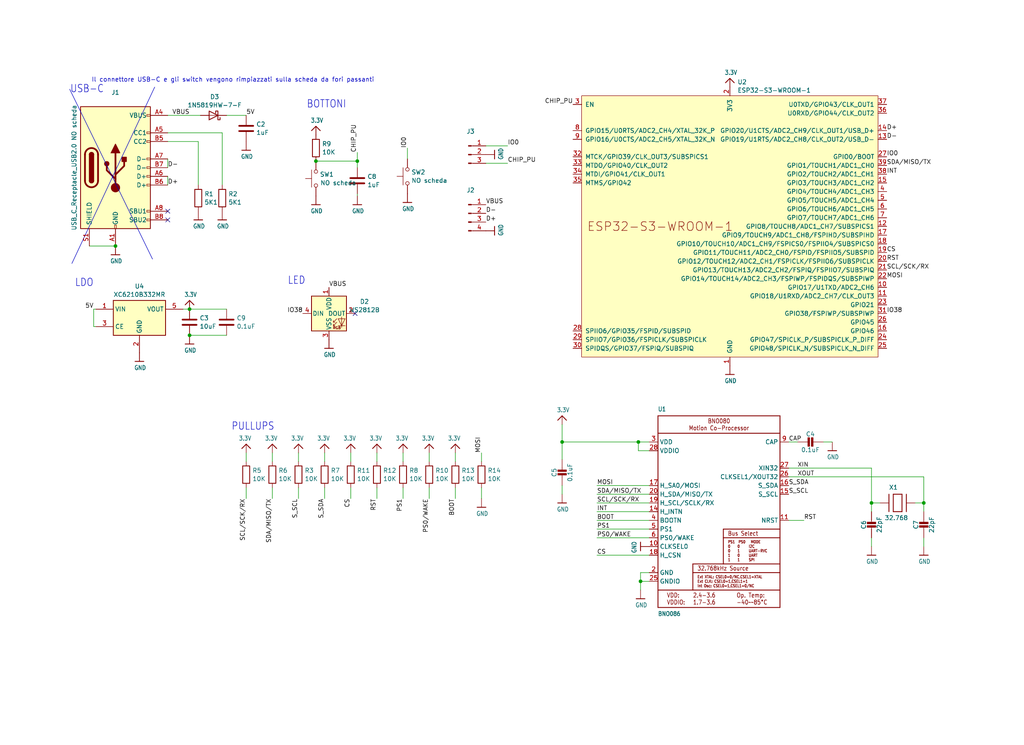
<source format=kicad_sch>
(kicad_sch (version 20230121) (generator eeschema)

  (uuid 74880e29-cd04-47cc-9fe2-9be1dfe4dab7)

  (paper "User" 298.45 217.322)

  (lib_symbols
    (symbol "Adafruit_BNO08x-eagle-import:3.3V" (power) (in_bom yes) (on_board yes)
      (property "Reference" "" (at 0 0 0)
        (effects (font (size 1.27 1.27)) hide)
      )
      (property "Value" "3.3V" (at -1.524 1.016 0)
        (effects (font (size 1.27 1.0795)) (justify left bottom))
      )
      (property "Footprint" "" (at 0 0 0)
        (effects (font (size 1.27 1.27)) hide)
      )
      (property "Datasheet" "" (at 0 0 0)
        (effects (font (size 1.27 1.27)) hide)
      )
      (property "ki_locked" "" (at 0 0 0)
        (effects (font (size 1.27 1.27)))
      )
      (symbol "3.3V_1_0"
        (polyline
          (pts
            (xy -1.27 -1.27)
            (xy 0 0)
          )
          (stroke (width 0.254) (type solid))
          (fill (type none))
        )
        (polyline
          (pts
            (xy 0 0)
            (xy 1.27 -1.27)
          )
          (stroke (width 0.254) (type solid))
          (fill (type none))
        )
        (pin power_in line (at 0 -2.54 90) (length 2.54)
          (name "3.3V" (effects (font (size 0 0))))
          (number "1" (effects (font (size 0 0))))
        )
      )
    )
    (symbol "Adafruit_BNO08x-eagle-import:BNO080" (in_bom yes) (on_board yes)
      (property "Reference" "U" (at -17.78 29.21 0)
        (effects (font (size 1.27 1.0795)) (justify left bottom))
      )
      (property "Value" "" (at -17.78 -30.48 0)
        (effects (font (size 1.27 1.0795)) (justify left bottom))
      )
      (property "Footprint" "Adafruit_BNO08x:BNO080" (at 0 0 0)
        (effects (font (size 1.27 1.27)) hide)
      )
      (property "Datasheet" "" (at 0 0 0)
        (effects (font (size 1.27 1.27)) hide)
      )
      (property "ki_locked" "" (at 0 0 0)
        (effects (font (size 1.27 1.27)))
      )
      (symbol "BNO080_1_0"
        (polyline
          (pts
            (xy -17.78 -27.94)
            (xy 17.78 -27.94)
          )
          (stroke (width 0.254) (type solid))
          (fill (type none))
        )
        (polyline
          (pts
            (xy -17.78 -22.86)
            (xy -17.78 -27.94)
          )
          (stroke (width 0.254) (type solid))
          (fill (type none))
        )
        (polyline
          (pts
            (xy -17.78 -22.86)
            (xy -17.78 22.86)
          )
          (stroke (width 0.254) (type solid))
          (fill (type none))
        )
        (polyline
          (pts
            (xy -17.78 22.86)
            (xy -17.78 27.94)
          )
          (stroke (width 0.254) (type solid))
          (fill (type none))
        )
        (polyline
          (pts
            (xy -17.78 22.86)
            (xy 17.78 22.86)
          )
          (stroke (width 0.254) (type solid))
          (fill (type none))
        )
        (polyline
          (pts
            (xy -17.78 27.94)
            (xy 17.78 27.94)
          )
          (stroke (width 0.254) (type solid))
          (fill (type none))
        )
        (polyline
          (pts
            (xy -7.62 -22.86)
            (xy -17.78 -22.86)
          )
          (stroke (width 0.254) (type solid))
          (fill (type none))
        )
        (polyline
          (pts
            (xy -7.62 -22.86)
            (xy -7.62 -17.78)
          )
          (stroke (width 0.254) (type solid))
          (fill (type none))
        )
        (polyline
          (pts
            (xy -7.62 -17.78)
            (xy -7.62 -15.24)
          )
          (stroke (width 0.254) (type solid))
          (fill (type none))
        )
        (polyline
          (pts
            (xy -7.62 -17.78)
            (xy 17.78 -17.78)
          )
          (stroke (width 0.254) (type solid))
          (fill (type none))
        )
        (polyline
          (pts
            (xy -7.62 -15.24)
            (xy 1.27 -15.24)
          )
          (stroke (width 0.254) (type solid))
          (fill (type none))
        )
        (polyline
          (pts
            (xy 1.27 -15.24)
            (xy 17.78 -15.24)
          )
          (stroke (width 0.254) (type solid))
          (fill (type none))
        )
        (polyline
          (pts
            (xy 1.27 -7.62)
            (xy 1.27 -15.24)
          )
          (stroke (width 0.254) (type solid))
          (fill (type none))
        )
        (polyline
          (pts
            (xy 1.27 -7.62)
            (xy 17.78 -7.62)
          )
          (stroke (width 0.254) (type solid))
          (fill (type none))
        )
        (polyline
          (pts
            (xy 1.27 -5.08)
            (xy 1.27 -7.62)
          )
          (stroke (width 0.254) (type solid))
          (fill (type none))
        )
        (polyline
          (pts
            (xy 17.78 -27.94)
            (xy 17.78 -22.86)
          )
          (stroke (width 0.254) (type solid))
          (fill (type none))
        )
        (polyline
          (pts
            (xy 17.78 -22.86)
            (xy -7.62 -22.86)
          )
          (stroke (width 0.254) (type solid))
          (fill (type none))
        )
        (polyline
          (pts
            (xy 17.78 -17.78)
            (xy 17.78 -22.86)
          )
          (stroke (width 0.254) (type solid))
          (fill (type none))
        )
        (polyline
          (pts
            (xy 17.78 -15.24)
            (xy 17.78 -17.78)
          )
          (stroke (width 0.254) (type solid))
          (fill (type none))
        )
        (polyline
          (pts
            (xy 17.78 -7.62)
            (xy 17.78 -15.24)
          )
          (stroke (width 0.254) (type solid))
          (fill (type none))
        )
        (polyline
          (pts
            (xy 17.78 -5.08)
            (xy 1.27 -5.08)
          )
          (stroke (width 0.254) (type solid))
          (fill (type none))
        )
        (polyline
          (pts
            (xy 17.78 -5.08)
            (xy 17.78 -7.62)
          )
          (stroke (width 0.254) (type solid))
          (fill (type none))
        )
        (polyline
          (pts
            (xy 17.78 22.86)
            (xy 17.78 -5.08)
          )
          (stroke (width 0.254) (type solid))
          (fill (type none))
        )
        (polyline
          (pts
            (xy 17.78 27.94)
            (xy 17.78 22.86)
          )
          (stroke (width 0.254) (type solid))
          (fill (type none))
        )
        (text "2.4-3.6\n1.7-3.6" (at -7.62 -25.4 0)
          (effects (font (size 1.27 1.0795)) (justify left))
        )
        (text "32.768kHz Source" (at -6.35 -16.51 0)
          (effects (font (size 1.27 1.0795)) (justify left))
        )
        (text "BNO080\nMotion Co-Processor" (at 0 25.4 0)
          (effects (font (size 1.27 1.0795)))
        )
        (text "Bus Select" (at 2.54 -6.35 0)
          (effects (font (size 1.27 1.0795)) (justify left))
        )
        (text "Ext XTAL: CSEL0=0/NC,CSEL1=XTAL\nExt CLK: CSEL0=1,CSEL1=1\nInt Osc: CSEL0=1,CSEL1=0/NC" (at -6.35 -20.32 0)
          (effects (font (size 0.8128 0.6908)) (justify left))
        )
        (text "Op. Temp:\n-40~~85°C" (at 5.08 -25.4 0)
          (effects (font (size 1.27 1.0795)) (justify left))
        )
        (text "PS1  PS0   MODE\n0    0     I2C\n0    1     UART-RVC\n1    0     UART\n1    1     SPI" (at 2.54 -11.43 0)
          (effects (font (size 0.8128 0.6908)) (justify left))
        )
        (text "VDD:\nVDDIO:" (at -15.24 -25.4 0)
          (effects (font (size 1.27 1.0795)) (justify left))
        )
        (pin input line (at -20.32 -10.16 0) (length 2.54)
          (name "CLKSEL0" (effects (font (size 1.27 1.27))))
          (number "10" (effects (font (size 1.27 1.27))))
        )
        (pin input line (at 20.32 -2.54 180) (length 2.54)
          (name "NRST" (effects (font (size 1.27 1.27))))
          (number "11" (effects (font (size 1.27 1.27))))
        )
        (pin output line (at -20.32 0 0) (length 2.54)
          (name "H_INTN" (effects (font (size 1.27 1.27))))
          (number "14" (effects (font (size 1.27 1.27))))
        )
        (pin bidirectional line (at 20.32 5.08 180) (length 2.54)
          (name "S_SCL" (effects (font (size 1.27 1.27))))
          (number "15" (effects (font (size 1.27 1.27))))
        )
        (pin bidirectional line (at 20.32 7.62 180) (length 2.54)
          (name "S_SDA" (effects (font (size 1.27 1.27))))
          (number "16" (effects (font (size 1.27 1.27))))
        )
        (pin output line (at -20.32 7.62 0) (length 2.54)
          (name "H_SA0/MOSI" (effects (font (size 1.27 1.27))))
          (number "17" (effects (font (size 1.27 1.27))))
        )
        (pin input line (at -20.32 -12.7 0) (length 2.54)
          (name "H_CSN" (effects (font (size 1.27 1.27))))
          (number "18" (effects (font (size 1.27 1.27))))
        )
        (pin bidirectional line (at -20.32 2.54 0) (length 2.54)
          (name "H_SCL/SCLK/RX" (effects (font (size 1.27 1.27))))
          (number "19" (effects (font (size 1.27 1.27))))
        )
        (pin power_in line (at -20.32 -17.78 0) (length 2.54)
          (name "GND" (effects (font (size 1.27 1.27))))
          (number "2" (effects (font (size 1.27 1.27))))
        )
        (pin bidirectional line (at -20.32 5.08 0) (length 2.54)
          (name "H_SDA/MISO/TX" (effects (font (size 1.27 1.27))))
          (number "20" (effects (font (size 1.27 1.27))))
        )
        (pin power_in line (at -20.32 -20.32 0) (length 2.54)
          (name "GNDIO" (effects (font (size 1.27 1.27))))
          (number "25" (effects (font (size 1.27 1.27))))
        )
        (pin output line (at 20.32 10.16 180) (length 2.54)
          (name "CLKSEL1/XOUT32" (effects (font (size 1.27 1.27))))
          (number "26" (effects (font (size 1.27 1.27))))
        )
        (pin input line (at 20.32 12.7 180) (length 2.54)
          (name "XIN32" (effects (font (size 1.27 1.27))))
          (number "27" (effects (font (size 1.27 1.27))))
        )
        (pin power_in line (at -20.32 17.78 0) (length 2.54)
          (name "VDDIO" (effects (font (size 1.27 1.27))))
          (number "28" (effects (font (size 1.27 1.27))))
        )
        (pin power_in line (at -20.32 20.32 0) (length 2.54)
          (name "VDD" (effects (font (size 1.27 1.27))))
          (number "3" (effects (font (size 1.27 1.27))))
        )
        (pin input line (at -20.32 -2.54 0) (length 2.54)
          (name "BOOTN" (effects (font (size 1.27 1.27))))
          (number "4" (effects (font (size 1.27 1.27))))
        )
        (pin input line (at -20.32 -5.08 0) (length 2.54)
          (name "PS1" (effects (font (size 1.27 1.27))))
          (number "5" (effects (font (size 1.27 1.27))))
        )
        (pin input line (at -20.32 -7.62 0) (length 2.54)
          (name "PS0/WAKE" (effects (font (size 1.27 1.27))))
          (number "6" (effects (font (size 1.27 1.27))))
        )
        (pin passive line (at 20.32 20.32 180) (length 2.54)
          (name "CAP" (effects (font (size 1.27 1.27))))
          (number "9" (effects (font (size 1.27 1.27))))
        )
      )
    )
    (symbol "Adafruit_BNO08x-eagle-import:CAP_CERAMIC0603_NO" (in_bom yes) (on_board yes)
      (property "Reference" "C" (at -2.29 1.25 90)
        (effects (font (size 1.27 1.27)))
      )
      (property "Value" "" (at 2.3 1.25 90)
        (effects (font (size 1.27 1.27)))
      )
      (property "Footprint" "Adafruit_BNO08x:0603-NO" (at 0 0 0)
        (effects (font (size 1.27 1.27)) hide)
      )
      (property "Datasheet" "" (at 0 0 0)
        (effects (font (size 1.27 1.27)) hide)
      )
      (property "ki_locked" "" (at 0 0 0)
        (effects (font (size 1.27 1.27)))
      )
      (symbol "CAP_CERAMIC0603_NO_1_0"
        (rectangle (start -1.27 0.508) (end 1.27 1.016)
          (stroke (width 0) (type default))
          (fill (type outline))
        )
        (rectangle (start -1.27 1.524) (end 1.27 2.032)
          (stroke (width 0) (type default))
          (fill (type outline))
        )
        (polyline
          (pts
            (xy 0 0.762)
            (xy 0 0)
          )
          (stroke (width 0.1524) (type solid))
          (fill (type none))
        )
        (polyline
          (pts
            (xy 0 2.54)
            (xy 0 1.778)
          )
          (stroke (width 0.1524) (type solid))
          (fill (type none))
        )
        (pin passive line (at 0 5.08 270) (length 2.54)
          (name "1" (effects (font (size 0 0))))
          (number "1" (effects (font (size 0 0))))
        )
        (pin passive line (at 0 -2.54 90) (length 2.54)
          (name "2" (effects (font (size 0 0))))
          (number "2" (effects (font (size 0 0))))
        )
      )
    )
    (symbol "Adafruit_BNO08x-eagle-import:GND" (power) (in_bom yes) (on_board yes)
      (property "Reference" "" (at 0 0 0)
        (effects (font (size 1.27 1.27)) hide)
      )
      (property "Value" "GND" (at -1.524 -2.54 0)
        (effects (font (size 1.27 1.0795)) (justify left bottom))
      )
      (property "Footprint" "" (at 0 0 0)
        (effects (font (size 1.27 1.27)) hide)
      )
      (property "Datasheet" "" (at 0 0 0)
        (effects (font (size 1.27 1.27)) hide)
      )
      (property "ki_locked" "" (at 0 0 0)
        (effects (font (size 1.27 1.27)))
      )
      (symbol "GND_1_0"
        (polyline
          (pts
            (xy -1.27 0)
            (xy 1.27 0)
          )
          (stroke (width 0.254) (type solid))
          (fill (type none))
        )
        (pin power_in line (at 0 2.54 270) (length 2.54)
          (name "GND" (effects (font (size 0 0))))
          (number "1" (effects (font (size 0 0))))
        )
      )
    )
    (symbol "Adafruit_BNO08x-eagle-import:XTAL-3.2X1.5" (in_bom yes) (on_board yes)
      (property "Reference" "X" (at -2.54 3.81 0)
        (effects (font (size 1.27 1.27)) (justify left bottom))
      )
      (property "Value" "" (at -3.81 -5.08 0)
        (effects (font (size 1.27 1.27)) (justify left bottom))
      )
      (property "Footprint" "Adafruit_BNO08x:XTAL3215" (at 0 0 0)
        (effects (font (size 1.27 1.27)) hide)
      )
      (property "Datasheet" "" (at 0 0 0)
        (effects (font (size 1.27 1.27)) hide)
      )
      (property "ki_locked" "" (at 0 0 0)
        (effects (font (size 1.27 1.27)))
      )
      (symbol "XTAL-3.2X1.5_1_0"
        (polyline
          (pts
            (xy -2.54 2.54)
            (xy -2.54 -2.54)
          )
          (stroke (width 0.254) (type solid))
          (fill (type none))
        )
        (polyline
          (pts
            (xy -1.27 -2.54)
            (xy 1.27 -2.54)
          )
          (stroke (width 0.254) (type solid))
          (fill (type none))
        )
        (polyline
          (pts
            (xy -1.27 2.54)
            (xy -1.27 -2.54)
          )
          (stroke (width 0.254) (type solid))
          (fill (type none))
        )
        (polyline
          (pts
            (xy 1.27 -2.54)
            (xy 1.27 2.54)
          )
          (stroke (width 0.254) (type solid))
          (fill (type none))
        )
        (polyline
          (pts
            (xy 1.27 2.54)
            (xy -1.27 2.54)
          )
          (stroke (width 0.254) (type solid))
          (fill (type none))
        )
        (polyline
          (pts
            (xy 2.54 2.54)
            (xy 2.54 -2.54)
          )
          (stroke (width 0.254) (type solid))
          (fill (type none))
        )
        (pin bidirectional line (at -5.08 0 0) (length 2.54)
          (name "P$1" (effects (font (size 0 0))))
          (number "P$1" (effects (font (size 0 0))))
        )
        (pin bidirectional line (at 5.08 0 180) (length 2.54)
          (name "P$2" (effects (font (size 0 0))))
          (number "P$2" (effects (font (size 0 0))))
        )
      )
    )
    (symbol "Connector:Conn_01x03_Pin" (pin_names (offset 1.016) hide) (in_bom yes) (on_board yes)
      (property "Reference" "J" (at 0 5.08 0)
        (effects (font (size 1.27 1.27)))
      )
      (property "Value" "Conn_01x03_Pin" (at 0 -5.08 0)
        (effects (font (size 1.27 1.27)))
      )
      (property "Footprint" "" (at 0 0 0)
        (effects (font (size 1.27 1.27)) hide)
      )
      (property "Datasheet" "~" (at 0 0 0)
        (effects (font (size 1.27 1.27)) hide)
      )
      (property "ki_locked" "" (at 0 0 0)
        (effects (font (size 1.27 1.27)))
      )
      (property "ki_keywords" "connector" (at 0 0 0)
        (effects (font (size 1.27 1.27)) hide)
      )
      (property "ki_description" "Generic connector, single row, 01x03, script generated" (at 0 0 0)
        (effects (font (size 1.27 1.27)) hide)
      )
      (property "ki_fp_filters" "Connector*:*_1x??_*" (at 0 0 0)
        (effects (font (size 1.27 1.27)) hide)
      )
      (symbol "Conn_01x03_Pin_1_1"
        (polyline
          (pts
            (xy 1.27 -2.54)
            (xy 0.8636 -2.54)
          )
          (stroke (width 0.1524) (type default))
          (fill (type none))
        )
        (polyline
          (pts
            (xy 1.27 0)
            (xy 0.8636 0)
          )
          (stroke (width 0.1524) (type default))
          (fill (type none))
        )
        (polyline
          (pts
            (xy 1.27 2.54)
            (xy 0.8636 2.54)
          )
          (stroke (width 0.1524) (type default))
          (fill (type none))
        )
        (rectangle (start 0.8636 -2.413) (end 0 -2.667)
          (stroke (width 0.1524) (type default))
          (fill (type outline))
        )
        (rectangle (start 0.8636 0.127) (end 0 -0.127)
          (stroke (width 0.1524) (type default))
          (fill (type outline))
        )
        (rectangle (start 0.8636 2.667) (end 0 2.413)
          (stroke (width 0.1524) (type default))
          (fill (type outline))
        )
        (pin passive line (at 5.08 2.54 180) (length 3.81)
          (name "Pin_1" (effects (font (size 1.27 1.27))))
          (number "1" (effects (font (size 1.27 1.27))))
        )
        (pin passive line (at 5.08 0 180) (length 3.81)
          (name "Pin_2" (effects (font (size 1.27 1.27))))
          (number "2" (effects (font (size 1.27 1.27))))
        )
        (pin passive line (at 5.08 -2.54 180) (length 3.81)
          (name "Pin_3" (effects (font (size 1.27 1.27))))
          (number "3" (effects (font (size 1.27 1.27))))
        )
      )
    )
    (symbol "Connector:Conn_01x04_Pin" (pin_names (offset 1.016) hide) (in_bom yes) (on_board yes)
      (property "Reference" "J" (at 0 5.08 0)
        (effects (font (size 1.27 1.27)))
      )
      (property "Value" "Conn_01x04_Pin" (at 0 -7.62 0)
        (effects (font (size 1.27 1.27)))
      )
      (property "Footprint" "" (at 0 0 0)
        (effects (font (size 1.27 1.27)) hide)
      )
      (property "Datasheet" "~" (at 0 0 0)
        (effects (font (size 1.27 1.27)) hide)
      )
      (property "ki_locked" "" (at 0 0 0)
        (effects (font (size 1.27 1.27)))
      )
      (property "ki_keywords" "connector" (at 0 0 0)
        (effects (font (size 1.27 1.27)) hide)
      )
      (property "ki_description" "Generic connector, single row, 01x04, script generated" (at 0 0 0)
        (effects (font (size 1.27 1.27)) hide)
      )
      (property "ki_fp_filters" "Connector*:*_1x??_*" (at 0 0 0)
        (effects (font (size 1.27 1.27)) hide)
      )
      (symbol "Conn_01x04_Pin_1_1"
        (polyline
          (pts
            (xy 1.27 -5.08)
            (xy 0.8636 -5.08)
          )
          (stroke (width 0.1524) (type default))
          (fill (type none))
        )
        (polyline
          (pts
            (xy 1.27 -2.54)
            (xy 0.8636 -2.54)
          )
          (stroke (width 0.1524) (type default))
          (fill (type none))
        )
        (polyline
          (pts
            (xy 1.27 0)
            (xy 0.8636 0)
          )
          (stroke (width 0.1524) (type default))
          (fill (type none))
        )
        (polyline
          (pts
            (xy 1.27 2.54)
            (xy 0.8636 2.54)
          )
          (stroke (width 0.1524) (type default))
          (fill (type none))
        )
        (rectangle (start 0.8636 -4.953) (end 0 -5.207)
          (stroke (width 0.1524) (type default))
          (fill (type outline))
        )
        (rectangle (start 0.8636 -2.413) (end 0 -2.667)
          (stroke (width 0.1524) (type default))
          (fill (type outline))
        )
        (rectangle (start 0.8636 0.127) (end 0 -0.127)
          (stroke (width 0.1524) (type default))
          (fill (type outline))
        )
        (rectangle (start 0.8636 2.667) (end 0 2.413)
          (stroke (width 0.1524) (type default))
          (fill (type outline))
        )
        (pin passive line (at 5.08 2.54 180) (length 3.81)
          (name "Pin_1" (effects (font (size 1.27 1.27))))
          (number "1" (effects (font (size 1.27 1.27))))
        )
        (pin passive line (at 5.08 0 180) (length 3.81)
          (name "Pin_2" (effects (font (size 1.27 1.27))))
          (number "2" (effects (font (size 1.27 1.27))))
        )
        (pin passive line (at 5.08 -2.54 180) (length 3.81)
          (name "Pin_3" (effects (font (size 1.27 1.27))))
          (number "3" (effects (font (size 1.27 1.27))))
        )
        (pin passive line (at 5.08 -5.08 180) (length 3.81)
          (name "Pin_4" (effects (font (size 1.27 1.27))))
          (number "4" (effects (font (size 1.27 1.27))))
        )
      )
    )
    (symbol "Connector:USB_C_Receptacle_USB2.0" (pin_names (offset 1.016)) (in_bom yes) (on_board yes)
      (property "Reference" "J" (at -10.16 19.05 0)
        (effects (font (size 1.27 1.27)) (justify left))
      )
      (property "Value" "USB_C_Receptacle_USB2.0" (at 19.05 19.05 0)
        (effects (font (size 1.27 1.27)) (justify right))
      )
      (property "Footprint" "" (at 3.81 0 0)
        (effects (font (size 1.27 1.27)) hide)
      )
      (property "Datasheet" "https://www.usb.org/sites/default/files/documents/usb_type-c.zip" (at 3.81 0 0)
        (effects (font (size 1.27 1.27)) hide)
      )
      (property "ki_keywords" "usb universal serial bus type-C USB2.0" (at 0 0 0)
        (effects (font (size 1.27 1.27)) hide)
      )
      (property "ki_description" "USB 2.0-only Type-C Receptacle connector" (at 0 0 0)
        (effects (font (size 1.27 1.27)) hide)
      )
      (property "ki_fp_filters" "USB*C*Receptacle*" (at 0 0 0)
        (effects (font (size 1.27 1.27)) hide)
      )
      (symbol "USB_C_Receptacle_USB2.0_0_0"
        (rectangle (start -0.254 -17.78) (end 0.254 -16.764)
          (stroke (width 0) (type default))
          (fill (type none))
        )
        (rectangle (start 10.16 -14.986) (end 9.144 -15.494)
          (stroke (width 0) (type default))
          (fill (type none))
        )
        (rectangle (start 10.16 -12.446) (end 9.144 -12.954)
          (stroke (width 0) (type default))
          (fill (type none))
        )
        (rectangle (start 10.16 -4.826) (end 9.144 -5.334)
          (stroke (width 0) (type default))
          (fill (type none))
        )
        (rectangle (start 10.16 -2.286) (end 9.144 -2.794)
          (stroke (width 0) (type default))
          (fill (type none))
        )
        (rectangle (start 10.16 0.254) (end 9.144 -0.254)
          (stroke (width 0) (type default))
          (fill (type none))
        )
        (rectangle (start 10.16 2.794) (end 9.144 2.286)
          (stroke (width 0) (type default))
          (fill (type none))
        )
        (rectangle (start 10.16 7.874) (end 9.144 7.366)
          (stroke (width 0) (type default))
          (fill (type none))
        )
        (rectangle (start 10.16 10.414) (end 9.144 9.906)
          (stroke (width 0) (type default))
          (fill (type none))
        )
        (rectangle (start 10.16 15.494) (end 9.144 14.986)
          (stroke (width 0) (type default))
          (fill (type none))
        )
      )
      (symbol "USB_C_Receptacle_USB2.0_0_1"
        (rectangle (start -10.16 17.78) (end 10.16 -17.78)
          (stroke (width 0.254) (type default))
          (fill (type background))
        )
        (arc (start -8.89 -3.81) (mid -6.985 -5.7067) (end -5.08 -3.81)
          (stroke (width 0.508) (type default))
          (fill (type none))
        )
        (arc (start -7.62 -3.81) (mid -6.985 -4.4423) (end -6.35 -3.81)
          (stroke (width 0.254) (type default))
          (fill (type none))
        )
        (arc (start -7.62 -3.81) (mid -6.985 -4.4423) (end -6.35 -3.81)
          (stroke (width 0.254) (type default))
          (fill (type outline))
        )
        (rectangle (start -7.62 -3.81) (end -6.35 3.81)
          (stroke (width 0.254) (type default))
          (fill (type outline))
        )
        (arc (start -6.35 3.81) (mid -6.985 4.4423) (end -7.62 3.81)
          (stroke (width 0.254) (type default))
          (fill (type none))
        )
        (arc (start -6.35 3.81) (mid -6.985 4.4423) (end -7.62 3.81)
          (stroke (width 0.254) (type default))
          (fill (type outline))
        )
        (arc (start -5.08 3.81) (mid -6.985 5.7067) (end -8.89 3.81)
          (stroke (width 0.508) (type default))
          (fill (type none))
        )
        (circle (center -2.54 1.143) (radius 0.635)
          (stroke (width 0.254) (type default))
          (fill (type outline))
        )
        (circle (center 0 -5.842) (radius 1.27)
          (stroke (width 0) (type default))
          (fill (type outline))
        )
        (polyline
          (pts
            (xy -8.89 -3.81)
            (xy -8.89 3.81)
          )
          (stroke (width 0.508) (type default))
          (fill (type none))
        )
        (polyline
          (pts
            (xy -5.08 3.81)
            (xy -5.08 -3.81)
          )
          (stroke (width 0.508) (type default))
          (fill (type none))
        )
        (polyline
          (pts
            (xy 0 -5.842)
            (xy 0 4.318)
          )
          (stroke (width 0.508) (type default))
          (fill (type none))
        )
        (polyline
          (pts
            (xy 0 -3.302)
            (xy -2.54 -0.762)
            (xy -2.54 0.508)
          )
          (stroke (width 0.508) (type default))
          (fill (type none))
        )
        (polyline
          (pts
            (xy 0 -2.032)
            (xy 2.54 0.508)
            (xy 2.54 1.778)
          )
          (stroke (width 0.508) (type default))
          (fill (type none))
        )
        (polyline
          (pts
            (xy -1.27 4.318)
            (xy 0 6.858)
            (xy 1.27 4.318)
            (xy -1.27 4.318)
          )
          (stroke (width 0.254) (type default))
          (fill (type outline))
        )
        (rectangle (start 1.905 1.778) (end 3.175 3.048)
          (stroke (width 0.254) (type default))
          (fill (type outline))
        )
      )
      (symbol "USB_C_Receptacle_USB2.0_1_1"
        (pin passive line (at 0 -22.86 90) (length 5.08)
          (name "GND" (effects (font (size 1.27 1.27))))
          (number "A1" (effects (font (size 1.27 1.27))))
        )
        (pin passive line (at 0 -22.86 90) (length 5.08) hide
          (name "GND" (effects (font (size 1.27 1.27))))
          (number "A12" (effects (font (size 1.27 1.27))))
        )
        (pin passive line (at 15.24 15.24 180) (length 5.08)
          (name "VBUS" (effects (font (size 1.27 1.27))))
          (number "A4" (effects (font (size 1.27 1.27))))
        )
        (pin bidirectional line (at 15.24 10.16 180) (length 5.08)
          (name "CC1" (effects (font (size 1.27 1.27))))
          (number "A5" (effects (font (size 1.27 1.27))))
        )
        (pin bidirectional line (at 15.24 -2.54 180) (length 5.08)
          (name "D+" (effects (font (size 1.27 1.27))))
          (number "A6" (effects (font (size 1.27 1.27))))
        )
        (pin bidirectional line (at 15.24 2.54 180) (length 5.08)
          (name "D-" (effects (font (size 1.27 1.27))))
          (number "A7" (effects (font (size 1.27 1.27))))
        )
        (pin bidirectional line (at 15.24 -12.7 180) (length 5.08)
          (name "SBU1" (effects (font (size 1.27 1.27))))
          (number "A8" (effects (font (size 1.27 1.27))))
        )
        (pin passive line (at 15.24 15.24 180) (length 5.08) hide
          (name "VBUS" (effects (font (size 1.27 1.27))))
          (number "A9" (effects (font (size 1.27 1.27))))
        )
        (pin passive line (at 0 -22.86 90) (length 5.08) hide
          (name "GND" (effects (font (size 1.27 1.27))))
          (number "B1" (effects (font (size 1.27 1.27))))
        )
        (pin passive line (at 0 -22.86 90) (length 5.08) hide
          (name "GND" (effects (font (size 1.27 1.27))))
          (number "B12" (effects (font (size 1.27 1.27))))
        )
        (pin passive line (at 15.24 15.24 180) (length 5.08) hide
          (name "VBUS" (effects (font (size 1.27 1.27))))
          (number "B4" (effects (font (size 1.27 1.27))))
        )
        (pin bidirectional line (at 15.24 7.62 180) (length 5.08)
          (name "CC2" (effects (font (size 1.27 1.27))))
          (number "B5" (effects (font (size 1.27 1.27))))
        )
        (pin bidirectional line (at 15.24 -5.08 180) (length 5.08)
          (name "D+" (effects (font (size 1.27 1.27))))
          (number "B6" (effects (font (size 1.27 1.27))))
        )
        (pin bidirectional line (at 15.24 0 180) (length 5.08)
          (name "D-" (effects (font (size 1.27 1.27))))
          (number "B7" (effects (font (size 1.27 1.27))))
        )
        (pin bidirectional line (at 15.24 -15.24 180) (length 5.08)
          (name "SBU2" (effects (font (size 1.27 1.27))))
          (number "B8" (effects (font (size 1.27 1.27))))
        )
        (pin passive line (at 15.24 15.24 180) (length 5.08) hide
          (name "VBUS" (effects (font (size 1.27 1.27))))
          (number "B9" (effects (font (size 1.27 1.27))))
        )
        (pin passive line (at -7.62 -22.86 90) (length 5.08)
          (name "SHIELD" (effects (font (size 1.27 1.27))))
          (number "S1" (effects (font (size 1.27 1.27))))
        )
      )
    )
    (symbol "Device:C" (pin_numbers hide) (pin_names (offset 0.254)) (in_bom yes) (on_board yes)
      (property "Reference" "C" (at 0.635 2.54 0)
        (effects (font (size 1.27 1.27)) (justify left))
      )
      (property "Value" "C" (at 0.635 -2.54 0)
        (effects (font (size 1.27 1.27)) (justify left))
      )
      (property "Footprint" "" (at 0.9652 -3.81 0)
        (effects (font (size 1.27 1.27)) hide)
      )
      (property "Datasheet" "~" (at 0 0 0)
        (effects (font (size 1.27 1.27)) hide)
      )
      (property "ki_keywords" "cap capacitor" (at 0 0 0)
        (effects (font (size 1.27 1.27)) hide)
      )
      (property "ki_description" "Unpolarized capacitor" (at 0 0 0)
        (effects (font (size 1.27 1.27)) hide)
      )
      (property "ki_fp_filters" "C_*" (at 0 0 0)
        (effects (font (size 1.27 1.27)) hide)
      )
      (symbol "C_0_1"
        (polyline
          (pts
            (xy -2.032 -0.762)
            (xy 2.032 -0.762)
          )
          (stroke (width 0.508) (type default))
          (fill (type none))
        )
        (polyline
          (pts
            (xy -2.032 0.762)
            (xy 2.032 0.762)
          )
          (stroke (width 0.508) (type default))
          (fill (type none))
        )
      )
      (symbol "C_1_1"
        (pin passive line (at 0 3.81 270) (length 2.794)
          (name "~" (effects (font (size 1.27 1.27))))
          (number "1" (effects (font (size 1.27 1.27))))
        )
        (pin passive line (at 0 -3.81 90) (length 2.794)
          (name "~" (effects (font (size 1.27 1.27))))
          (number "2" (effects (font (size 1.27 1.27))))
        )
      )
    )
    (symbol "Device:D_Schottky" (pin_numbers hide) (pin_names (offset 1.016) hide) (in_bom yes) (on_board yes)
      (property "Reference" "D" (at 0 2.54 0)
        (effects (font (size 1.27 1.27)))
      )
      (property "Value" "D_Schottky" (at 0 -2.54 0)
        (effects (font (size 1.27 1.27)))
      )
      (property "Footprint" "" (at 0 0 0)
        (effects (font (size 1.27 1.27)) hide)
      )
      (property "Datasheet" "~" (at 0 0 0)
        (effects (font (size 1.27 1.27)) hide)
      )
      (property "ki_keywords" "diode Schottky" (at 0 0 0)
        (effects (font (size 1.27 1.27)) hide)
      )
      (property "ki_description" "Schottky diode" (at 0 0 0)
        (effects (font (size 1.27 1.27)) hide)
      )
      (property "ki_fp_filters" "TO-???* *_Diode_* *SingleDiode* D_*" (at 0 0 0)
        (effects (font (size 1.27 1.27)) hide)
      )
      (symbol "D_Schottky_0_1"
        (polyline
          (pts
            (xy 1.27 0)
            (xy -1.27 0)
          )
          (stroke (width 0) (type default))
          (fill (type none))
        )
        (polyline
          (pts
            (xy 1.27 1.27)
            (xy 1.27 -1.27)
            (xy -1.27 0)
            (xy 1.27 1.27)
          )
          (stroke (width 0.254) (type default))
          (fill (type none))
        )
        (polyline
          (pts
            (xy -1.905 0.635)
            (xy -1.905 1.27)
            (xy -1.27 1.27)
            (xy -1.27 -1.27)
            (xy -0.635 -1.27)
            (xy -0.635 -0.635)
          )
          (stroke (width 0.254) (type default))
          (fill (type none))
        )
      )
      (symbol "D_Schottky_1_1"
        (pin passive line (at -3.81 0 0) (length 2.54)
          (name "K" (effects (font (size 1.27 1.27))))
          (number "1" (effects (font (size 1.27 1.27))))
        )
        (pin passive line (at 3.81 0 180) (length 2.54)
          (name "A" (effects (font (size 1.27 1.27))))
          (number "2" (effects (font (size 1.27 1.27))))
        )
      )
    )
    (symbol "Device:R" (pin_numbers hide) (pin_names (offset 0)) (in_bom yes) (on_board yes)
      (property "Reference" "R" (at 2.032 0 90)
        (effects (font (size 1.27 1.27)))
      )
      (property "Value" "R" (at 0 0 90)
        (effects (font (size 1.27 1.27)))
      )
      (property "Footprint" "" (at -1.778 0 90)
        (effects (font (size 1.27 1.27)) hide)
      )
      (property "Datasheet" "~" (at 0 0 0)
        (effects (font (size 1.27 1.27)) hide)
      )
      (property "ki_keywords" "R res resistor" (at 0 0 0)
        (effects (font (size 1.27 1.27)) hide)
      )
      (property "ki_description" "Resistor" (at 0 0 0)
        (effects (font (size 1.27 1.27)) hide)
      )
      (property "ki_fp_filters" "R_*" (at 0 0 0)
        (effects (font (size 1.27 1.27)) hide)
      )
      (symbol "R_0_1"
        (rectangle (start -1.016 -2.54) (end 1.016 2.54)
          (stroke (width 0.254) (type default))
          (fill (type none))
        )
      )
      (symbol "R_1_1"
        (pin passive line (at 0 3.81 270) (length 1.27)
          (name "~" (effects (font (size 1.27 1.27))))
          (number "1" (effects (font (size 1.27 1.27))))
        )
        (pin passive line (at 0 -3.81 90) (length 1.27)
          (name "~" (effects (font (size 1.27 1.27))))
          (number "2" (effects (font (size 1.27 1.27))))
        )
      )
    )
    (symbol "Espressif:ESP32-S3-WROOM-1" (pin_names (offset 1.016)) (in_bom yes) (on_board yes)
      (property "Reference" "U" (at -43.18 43.18 0)
        (effects (font (size 1.27 1.27)) (justify left))
      )
      (property "Value" "ESP32-S3-WROOM-1" (at -43.18 40.64 0)
        (effects (font (size 1.27 1.27)) (justify left))
      )
      (property "Footprint" "Espressif:ESP32-S3-WROOM-1" (at 2.54 -48.26 0)
        (effects (font (size 1.27 1.27)) hide)
      )
      (property "Datasheet" "https://www.espressif.com/sites/default/files/documentation/esp32-s3-wroom-1_wroom-1u_datasheet_en.pdf" (at 2.54 -50.8 0)
        (effects (font (size 1.27 1.27)) hide)
      )
      (property "ki_description" "2.4 GHz WiFi (802.11 b/g/n) and Bluetooth ® 5 (LE) module Built around ESP32S3 series of SoCs, Xtensa ® dualcore 32bit LX7 microprocessor Flash up to 16 MB, PSRAM up to 8 MB 36 GPIOs, rich set of peripherals Onboard PCB antenna" (at 0 0 0)
        (effects (font (size 1.27 1.27)) hide)
      )
      (symbol "ESP32-S3-WROOM-1_0_0"
        (text "ESP32-S3-WROOM-1" (at -20.32 0 0)
          (effects (font (size 2.54 2.54)))
        )
        (pin power_in line (at 0 -40.64 90) (length 2.54)
          (name "GND" (effects (font (size 1.27 1.27))))
          (number "1" (effects (font (size 1.27 1.27))))
        )
        (pin bidirectional line (at 45.72 -17.78 180) (length 2.54)
          (name "GPIO17/U1TXD/ADC2_CH6" (effects (font (size 1.27 1.27))))
          (number "10" (effects (font (size 1.27 1.27))))
        )
        (pin bidirectional line (at 45.72 -20.32 180) (length 2.54)
          (name "GPIO18/U1RXD/ADC2_CH7/CLK_OUT3" (effects (font (size 1.27 1.27))))
          (number "11" (effects (font (size 1.27 1.27))))
        )
        (pin bidirectional line (at 45.72 0 180) (length 2.54)
          (name "GPIO8/TOUCH8/ADC1_CH7/SUBSPICS1" (effects (font (size 1.27 1.27))))
          (number "12" (effects (font (size 1.27 1.27))))
        )
        (pin bidirectional line (at 45.72 25.4 180) (length 2.54)
          (name "GPIO19/U1RTS/ADC2_CH8/CLK_OUT2/USB_D-" (effects (font (size 1.27 1.27))))
          (number "13" (effects (font (size 1.27 1.27))))
        )
        (pin bidirectional line (at 45.72 27.94 180) (length 2.54)
          (name "GPIO20/U1CTS/ADC2_CH9/CLK_OUT1/USB_D+" (effects (font (size 1.27 1.27))))
          (number "14" (effects (font (size 1.27 1.27))))
        )
        (pin bidirectional line (at 45.72 12.7 180) (length 2.54)
          (name "GPIO3/TOUCH3/ADC1_CH2" (effects (font (size 1.27 1.27))))
          (number "15" (effects (font (size 1.27 1.27))))
        )
        (pin bidirectional line (at 45.72 -30.48 180) (length 2.54)
          (name "GPIO46" (effects (font (size 1.27 1.27))))
          (number "16" (effects (font (size 1.27 1.27))))
        )
        (pin bidirectional line (at 45.72 -2.54 180) (length 2.54)
          (name "GPIO9/TOUCH9/ADC1_CH8/FSPIHD/SUBSPIHD" (effects (font (size 1.27 1.27))))
          (number "17" (effects (font (size 1.27 1.27))))
        )
        (pin bidirectional line (at 45.72 -5.08 180) (length 2.54)
          (name "GPIO10/TOUCH10/ADC1_CH9/FSPICS0/FSPIIO4/SUBSPICS0" (effects (font (size 1.27 1.27))))
          (number "18" (effects (font (size 1.27 1.27))))
        )
        (pin bidirectional line (at 45.72 -7.62 180) (length 2.54)
          (name "GPIO11/TOUCH11/ADC2_CH0/FSPID/FSPIIO5/SUBSPID" (effects (font (size 1.27 1.27))))
          (number "19" (effects (font (size 1.27 1.27))))
        )
        (pin power_in line (at 0 40.64 270) (length 2.54)
          (name "3V3" (effects (font (size 1.27 1.27))))
          (number "2" (effects (font (size 1.27 1.27))))
        )
        (pin bidirectional line (at 45.72 -10.16 180) (length 2.54)
          (name "GPIO12/TOUCH12/ADC2_CH1/FSPICLK/FSPIIO6/SUBSPICLK" (effects (font (size 1.27 1.27))))
          (number "20" (effects (font (size 1.27 1.27))))
        )
        (pin bidirectional line (at 45.72 -12.7 180) (length 2.54)
          (name "GPIO13/TOUCH13/ADC2_CH2/FSPIQ/FSPIIO7/SUBSPIQ" (effects (font (size 1.27 1.27))))
          (number "21" (effects (font (size 1.27 1.27))))
        )
        (pin bidirectional line (at 45.72 -15.24 180) (length 2.54)
          (name "GPIO14/TOUCH14/ADC2_CH3/FSPIWP/FSPIDQS/SUBSPIWP" (effects (font (size 1.27 1.27))))
          (number "22" (effects (font (size 1.27 1.27))))
        )
        (pin bidirectional line (at 45.72 -22.86 180) (length 2.54)
          (name "GPIO21" (effects (font (size 1.27 1.27))))
          (number "23" (effects (font (size 1.27 1.27))))
        )
        (pin bidirectional line (at 45.72 -33.02 180) (length 2.54)
          (name "GPIO47/SPICLK_P/SUBSPICLK_P_DIFF" (effects (font (size 1.27 1.27))))
          (number "24" (effects (font (size 1.27 1.27))))
        )
        (pin bidirectional line (at 45.72 -35.56 180) (length 2.54)
          (name "GPIO48/SPICLK_N/SUBSPICLK_N_DIFF" (effects (font (size 1.27 1.27))))
          (number "25" (effects (font (size 1.27 1.27))))
        )
        (pin bidirectional line (at 45.72 -27.94 180) (length 2.54)
          (name "GPIO45" (effects (font (size 1.27 1.27))))
          (number "26" (effects (font (size 1.27 1.27))))
        )
        (pin bidirectional line (at 45.72 20.32 180) (length 2.54)
          (name "GPIO0/BOOT" (effects (font (size 1.27 1.27))))
          (number "27" (effects (font (size 1.27 1.27))))
        )
        (pin bidirectional line (at -45.72 -30.48 0) (length 2.54)
          (name "SPIIO6/GPIO35/FSPID/SUBSPID" (effects (font (size 1.27 1.27))))
          (number "28" (effects (font (size 1.27 1.27))))
        )
        (pin bidirectional line (at -45.72 -33.02 0) (length 2.54)
          (name "SPIIO7/GPIO36/FSPICLK/SUBSPICLK" (effects (font (size 1.27 1.27))))
          (number "29" (effects (font (size 1.27 1.27))))
        )
        (pin input line (at -45.72 35.56 0) (length 2.54)
          (name "EN" (effects (font (size 1.27 1.27))))
          (number "3" (effects (font (size 1.27 1.27))))
        )
        (pin bidirectional line (at -45.72 -35.56 0) (length 2.54)
          (name "SPIDQS/GPIO37/FSPIQ/SUBSPIQ" (effects (font (size 1.27 1.27))))
          (number "30" (effects (font (size 1.27 1.27))))
        )
        (pin bidirectional line (at 45.72 -25.4 180) (length 2.54)
          (name "GPIO38/FSPIWP/SUBSPIWP" (effects (font (size 1.27 1.27))))
          (number "31" (effects (font (size 1.27 1.27))))
        )
        (pin bidirectional line (at -45.72 20.32 0) (length 2.54)
          (name "MTCK/GPIO39/CLK_OUT3/SUBSPICS1" (effects (font (size 1.27 1.27))))
          (number "32" (effects (font (size 1.27 1.27))))
        )
        (pin bidirectional line (at -45.72 17.78 0) (length 2.54)
          (name "MTDO/GPIO40/CLK_OUT2" (effects (font (size 1.27 1.27))))
          (number "33" (effects (font (size 1.27 1.27))))
        )
        (pin bidirectional line (at -45.72 15.24 0) (length 2.54)
          (name "MTDI/GPIO41/CLK_OUT1" (effects (font (size 1.27 1.27))))
          (number "34" (effects (font (size 1.27 1.27))))
        )
        (pin bidirectional line (at -45.72 12.7 0) (length 2.54)
          (name "MTMS/GPIO42" (effects (font (size 1.27 1.27))))
          (number "35" (effects (font (size 1.27 1.27))))
        )
        (pin bidirectional line (at 45.72 33.02 180) (length 2.54)
          (name "U0RXD/GPIO44/CLK_OUT2" (effects (font (size 1.27 1.27))))
          (number "36" (effects (font (size 1.27 1.27))))
        )
        (pin bidirectional line (at 45.72 35.56 180) (length 2.54)
          (name "U0TXD/GPIO43/CLK_OUT1" (effects (font (size 1.27 1.27))))
          (number "37" (effects (font (size 1.27 1.27))))
        )
        (pin bidirectional line (at 45.72 15.24 180) (length 2.54)
          (name "GPIO2/TOUCH2/ADC1_CH1" (effects (font (size 1.27 1.27))))
          (number "38" (effects (font (size 1.27 1.27))))
        )
        (pin bidirectional line (at 45.72 17.78 180) (length 2.54)
          (name "GPIO1/TOUCH1/ADC1_CH0" (effects (font (size 1.27 1.27))))
          (number "39" (effects (font (size 1.27 1.27))))
        )
        (pin bidirectional line (at 45.72 10.16 180) (length 2.54)
          (name "GPIO4/TOUCH4/ADC1_CH3" (effects (font (size 1.27 1.27))))
          (number "4" (effects (font (size 1.27 1.27))))
        )
        (pin passive line (at 0 -40.64 90) (length 2.54) hide
          (name "GND" (effects (font (size 1.27 1.27))))
          (number "40" (effects (font (size 1.27 1.27))))
        )
        (pin passive line (at 0 -40.64 90) (length 2.54) hide
          (name "GND" (effects (font (size 1.27 1.27))))
          (number "41" (effects (font (size 1.27 1.27))))
        )
        (pin bidirectional line (at 45.72 7.62 180) (length 2.54)
          (name "GPIO5/TOUCH5/ADC1_CH4" (effects (font (size 1.27 1.27))))
          (number "5" (effects (font (size 1.27 1.27))))
        )
        (pin bidirectional line (at 45.72 5.08 180) (length 2.54)
          (name "GPIO6/TOUCH6/ADC1_CH5" (effects (font (size 1.27 1.27))))
          (number "6" (effects (font (size 1.27 1.27))))
        )
        (pin bidirectional line (at 45.72 2.54 180) (length 2.54)
          (name "GPIO7/TOUCH7/ADC1_CH6" (effects (font (size 1.27 1.27))))
          (number "7" (effects (font (size 1.27 1.27))))
        )
        (pin bidirectional line (at -45.72 27.94 0) (length 2.54)
          (name "GPIO15/U0RTS/ADC2_CH4/XTAL_32K_P" (effects (font (size 1.27 1.27))))
          (number "8" (effects (font (size 1.27 1.27))))
        )
        (pin bidirectional line (at -45.72 25.4 0) (length 2.54)
          (name "GPIO16/U0CTS/ADC2_CH5/XTAL_32K_N" (effects (font (size 1.27 1.27))))
          (number "9" (effects (font (size 1.27 1.27))))
        )
      )
      (symbol "ESP32-S3-WROOM-1_0_1"
        (rectangle (start -43.18 38.1) (end 43.18 -38.1)
          (stroke (width 0) (type default))
          (fill (type background))
        )
      )
    )
    (symbol "LED:WS2812B" (pin_names (offset 0.254)) (in_bom yes) (on_board yes)
      (property "Reference" "D" (at 5.08 5.715 0)
        (effects (font (size 1.27 1.27)) (justify right bottom))
      )
      (property "Value" "WS2812B" (at 1.27 -5.715 0)
        (effects (font (size 1.27 1.27)) (justify left top))
      )
      (property "Footprint" "LED_SMD:LED_WS2812B_PLCC4_5.0x5.0mm_P3.2mm" (at 1.27 -7.62 0)
        (effects (font (size 1.27 1.27)) (justify left top) hide)
      )
      (property "Datasheet" "https://cdn-shop.adafruit.com/datasheets/WS2812B.pdf" (at 2.54 -9.525 0)
        (effects (font (size 1.27 1.27)) (justify left top) hide)
      )
      (property "ki_keywords" "RGB LED NeoPixel addressable" (at 0 0 0)
        (effects (font (size 1.27 1.27)) hide)
      )
      (property "ki_description" "RGB LED with integrated controller" (at 0 0 0)
        (effects (font (size 1.27 1.27)) hide)
      )
      (property "ki_fp_filters" "LED*WS2812*PLCC*5.0x5.0mm*P3.2mm*" (at 0 0 0)
        (effects (font (size 1.27 1.27)) hide)
      )
      (symbol "WS2812B_0_0"
        (text "RGB" (at 2.286 -4.191 0)
          (effects (font (size 0.762 0.762)))
        )
      )
      (symbol "WS2812B_0_1"
        (polyline
          (pts
            (xy 1.27 -3.556)
            (xy 1.778 -3.556)
          )
          (stroke (width 0) (type default))
          (fill (type none))
        )
        (polyline
          (pts
            (xy 1.27 -2.54)
            (xy 1.778 -2.54)
          )
          (stroke (width 0) (type default))
          (fill (type none))
        )
        (polyline
          (pts
            (xy 4.699 -3.556)
            (xy 2.667 -3.556)
          )
          (stroke (width 0) (type default))
          (fill (type none))
        )
        (polyline
          (pts
            (xy 2.286 -2.54)
            (xy 1.27 -3.556)
            (xy 1.27 -3.048)
          )
          (stroke (width 0) (type default))
          (fill (type none))
        )
        (polyline
          (pts
            (xy 2.286 -1.524)
            (xy 1.27 -2.54)
            (xy 1.27 -2.032)
          )
          (stroke (width 0) (type default))
          (fill (type none))
        )
        (polyline
          (pts
            (xy 3.683 -1.016)
            (xy 3.683 -3.556)
            (xy 3.683 -4.064)
          )
          (stroke (width 0) (type default))
          (fill (type none))
        )
        (polyline
          (pts
            (xy 4.699 -1.524)
            (xy 2.667 -1.524)
            (xy 3.683 -3.556)
            (xy 4.699 -1.524)
          )
          (stroke (width 0) (type default))
          (fill (type none))
        )
        (rectangle (start 5.08 5.08) (end -5.08 -5.08)
          (stroke (width 0.254) (type default))
          (fill (type background))
        )
      )
      (symbol "WS2812B_1_1"
        (pin power_in line (at 0 7.62 270) (length 2.54)
          (name "VDD" (effects (font (size 1.27 1.27))))
          (number "1" (effects (font (size 1.27 1.27))))
        )
        (pin output line (at 7.62 0 180) (length 2.54)
          (name "DOUT" (effects (font (size 1.27 1.27))))
          (number "2" (effects (font (size 1.27 1.27))))
        )
        (pin power_in line (at 0 -7.62 90) (length 2.54)
          (name "VSS" (effects (font (size 1.27 1.27))))
          (number "3" (effects (font (size 1.27 1.27))))
        )
        (pin input line (at -7.62 0 0) (length 2.54)
          (name "DIN" (effects (font (size 1.27 1.27))))
          (number "4" (effects (font (size 1.27 1.27))))
        )
      )
    )
    (symbol "Regulator_Linear:XC6210B332MR" (in_bom yes) (on_board yes)
      (property "Reference" "U" (at 0 8.89 0)
        (effects (font (size 1.27 1.27)))
      )
      (property "Value" "XC6210B332MR" (at 0 6.35 0)
        (effects (font (size 1.27 1.27)))
      )
      (property "Footprint" "Package_TO_SOT_SMD:SOT-23-5" (at 0 0 0)
        (effects (font (size 1.27 1.27)) hide)
      )
      (property "Datasheet" "https://www.torexsemi.com/file/xc6210/XC6210.pdf" (at 19.05 -25.4 0)
        (effects (font (size 1.27 1.27)) hide)
      )
      (property "ki_keywords" "LDO Voltage Regulator 700mA" (at 0 0 0)
        (effects (font (size 1.27 1.27)) hide)
      )
      (property "ki_description" "700mA, Low Drop-out Voltage Regulator, Fixed Output 3.3V, SOT-23-5" (at 0 0 0)
        (effects (font (size 1.27 1.27)) hide)
      )
      (property "ki_fp_filters" "SOT?23*" (at 0 0 0)
        (effects (font (size 1.27 1.27)) hide)
      )
      (symbol "XC6210B332MR_0_1"
        (rectangle (start -7.62 5.08) (end 7.62 -5.08)
          (stroke (width 0.254) (type default))
          (fill (type background))
        )
      )
      (symbol "XC6210B332MR_1_1"
        (pin power_in line (at -12.7 2.54 0) (length 5.08)
          (name "VIN" (effects (font (size 1.27 1.27))))
          (number "1" (effects (font (size 1.27 1.27))))
        )
        (pin power_in line (at 0 -10.16 90) (length 5.08)
          (name "GND" (effects (font (size 1.27 1.27))))
          (number "2" (effects (font (size 1.27 1.27))))
        )
        (pin input line (at -12.7 -2.54 0) (length 5.08)
          (name "CE" (effects (font (size 1.27 1.27))))
          (number "3" (effects (font (size 1.27 1.27))))
        )
        (pin no_connect line (at 7.62 -2.54 180) (length 5.08) hide
          (name "NC" (effects (font (size 1.27 1.27))))
          (number "4" (effects (font (size 1.27 1.27))))
        )
        (pin power_out line (at 12.7 2.54 180) (length 5.08)
          (name "VOUT" (effects (font (size 1.27 1.27))))
          (number "5" (effects (font (size 1.27 1.27))))
        )
      )
    )
    (symbol "Switch:SW_Push" (pin_numbers hide) (pin_names (offset 1.016) hide) (in_bom yes) (on_board yes)
      (property "Reference" "SW" (at 1.27 2.54 0)
        (effects (font (size 1.27 1.27)) (justify left))
      )
      (property "Value" "SW_Push" (at 0 -1.524 0)
        (effects (font (size 1.27 1.27)))
      )
      (property "Footprint" "" (at 0 5.08 0)
        (effects (font (size 1.27 1.27)) hide)
      )
      (property "Datasheet" "~" (at 0 5.08 0)
        (effects (font (size 1.27 1.27)) hide)
      )
      (property "ki_keywords" "switch normally-open pushbutton push-button" (at 0 0 0)
        (effects (font (size 1.27 1.27)) hide)
      )
      (property "ki_description" "Push button switch, generic, two pins" (at 0 0 0)
        (effects (font (size 1.27 1.27)) hide)
      )
      (symbol "SW_Push_0_1"
        (circle (center -2.032 0) (radius 0.508)
          (stroke (width 0) (type default))
          (fill (type none))
        )
        (polyline
          (pts
            (xy 0 1.27)
            (xy 0 3.048)
          )
          (stroke (width 0) (type default))
          (fill (type none))
        )
        (polyline
          (pts
            (xy 2.54 1.27)
            (xy -2.54 1.27)
          )
          (stroke (width 0) (type default))
          (fill (type none))
        )
        (circle (center 2.032 0) (radius 0.508)
          (stroke (width 0) (type default))
          (fill (type none))
        )
        (pin passive line (at -5.08 0 0) (length 2.54)
          (name "1" (effects (font (size 1.27 1.27))))
          (number "1" (effects (font (size 1.27 1.27))))
        )
        (pin passive line (at 5.08 0 180) (length 2.54)
          (name "2" (effects (font (size 1.27 1.27))))
          (number "2" (effects (font (size 1.27 1.27))))
        )
      )
    )
  )

  (junction (at 104.14 46.99) (diameter 0) (color 0 0 0 0)
    (uuid 1128800f-3b26-487c-acbe-28d20c6c97a5)
  )
  (junction (at 186.055 128.905) (diameter 0) (color 0 0 0 0)
    (uuid 144d46f1-a010-418a-97a4-e523f37f157b)
  )
  (junction (at 55.245 90.17) (diameter 0) (color 0 0 0 0)
    (uuid 1c9a5bd9-c2b2-4322-8cde-029320d899a5)
  )
  (junction (at 269.24 146.685) (diameter 0) (color 0 0 0 0)
    (uuid 4ff73a03-4435-42fe-8fd5-17ff75b7c0cb)
  )
  (junction (at 254 146.685) (diameter 0) (color 0 0 0 0)
    (uuid 53841aa8-fffd-4347-886b-325b8ac28293)
  )
  (junction (at 92.075 46.99) (diameter 0) (color 0 0 0 0)
    (uuid 8bd02623-6158-4a2b-b6ab-d0d9f5aa5e23)
  )
  (junction (at 55.245 97.79) (diameter 0) (color 0 0 0 0)
    (uuid 8f874624-0516-4ce1-aa7d-031ff38bf26a)
  )
  (junction (at 33.655 71.755) (diameter 0) (color 0 0 0 0)
    (uuid d76baae5-140c-43bb-8da5-e8e1dd4458b1)
  )
  (junction (at 186.69 169.545) (diameter 0) (color 0 0 0 0)
    (uuid e2e13c57-8d80-4428-a153-d7a6e614e0f5)
  )
  (junction (at 163.83 128.905) (diameter 0) (color 0 0 0 0)
    (uuid f4b80710-4789-4c4f-bf40-ac81e0c8b175)
  )

  (no_connect (at 103.505 91.44) (uuid 6c0d0527-dfa6-4b92-975f-65ce77559c86))
  (no_connect (at 48.895 61.595) (uuid 6d869a90-f877-4659-ae28-79c3828e6eb3))
  (no_connect (at 48.895 64.135) (uuid a492c813-cc1f-45b3-b095-59f434169eb9))

  (wire (pts (xy 48.895 38.735) (xy 64.77 38.735))
    (stroke (width 0) (type default))
    (uuid 0d37119f-8da4-4710-a778-437c60110880)
  )
  (wire (pts (xy 104.14 44.45) (xy 104.14 46.99))
    (stroke (width 0) (type default))
    (uuid 0f5f8395-8b25-49d5-97da-5c9f6fab8775)
  )
  (wire (pts (xy 256.54 146.685) (xy 254 146.685))
    (stroke (width 0.1524) (type solid))
    (uuid 103fce13-4289-4613-89c4-a75b71612ca2)
  )
  (wire (pts (xy 109.855 142.24) (xy 109.855 145.415))
    (stroke (width 0.1524) (type solid))
    (uuid 18e23e97-75e7-4e4e-9add-ff3ef563b5c0)
  )
  (wire (pts (xy 186.69 167.005) (xy 186.69 169.545))
    (stroke (width 0.1524) (type solid))
    (uuid 196b961d-f7f7-4ef1-9992-ec27671fafca)
  )
  (wire (pts (xy 55.245 90.17) (xy 66.04 90.17))
    (stroke (width 0) (type default))
    (uuid 1b0b8e5f-1e6d-473d-baa5-81284d221177)
  )
  (wire (pts (xy 186.69 169.545) (xy 186.69 172.085))
    (stroke (width 0.1524) (type solid))
    (uuid 1e819ea4-6c63-4d50-bb2a-d3bf9477f968)
  )
  (wire (pts (xy 229.87 151.765) (xy 234.315 151.765))
    (stroke (width 0.1524) (type solid))
    (uuid 1feb956e-e438-4e1b-bda1-8b3009b91b11)
  )
  (wire (pts (xy 229.87 128.905) (xy 232.41 128.905))
    (stroke (width 0.1524) (type solid))
    (uuid 239bab8c-23b6-4598-82df-9fcd19ebc708)
  )
  (wire (pts (xy 189.23 167.005) (xy 186.69 167.005))
    (stroke (width 0.1524) (type solid))
    (uuid 24bddab9-04f3-4383-88de-ed921a420a4d)
  )
  (wire (pts (xy 229.87 139.065) (xy 269.24 139.065))
    (stroke (width 0.1524) (type solid))
    (uuid 251edbad-5d05-4d9e-be6b-6d3c10fb2ba9)
  )
  (wire (pts (xy 102.235 142.24) (xy 102.235 145.415))
    (stroke (width 0.1524) (type solid))
    (uuid 28bb92aa-3d2e-41df-b9ee-5bac979e57ff)
  )
  (wire (pts (xy 254 136.525) (xy 254 146.685))
    (stroke (width 0.1524) (type solid))
    (uuid 2aeaca57-b26d-4911-bc60-092944ad2367)
  )
  (wire (pts (xy 27.94 95.25) (xy 27.305 95.25))
    (stroke (width 0) (type default))
    (uuid 2ca840e4-977a-4bb1-b76e-9e3ba0dcbf44)
  )
  (wire (pts (xy 240.03 128.905) (xy 242.57 128.905))
    (stroke (width 0.1524) (type solid))
    (uuid 37cd09a0-c9f0-4acb-9a0a-960faeafc813)
  )
  (wire (pts (xy 48.895 46.355) (xy 48.895 48.895))
    (stroke (width 0) (type default))
    (uuid 42db165e-fa20-4f86-b968-7e798f3adeed)
  )
  (wire (pts (xy 57.785 41.275) (xy 57.785 53.975))
    (stroke (width 0) (type default))
    (uuid 4c5ec486-edfe-4a1a-a067-a0c3f3f368cd)
  )
  (wire (pts (xy 254 156.845) (xy 254 159.385))
    (stroke (width 0.1524) (type solid))
    (uuid 4cbeb20e-b355-40fc-af61-f23f7e7eae79)
  )
  (wire (pts (xy 125.095 132.08) (xy 125.095 134.62))
    (stroke (width 0) (type default))
    (uuid 4e21cb69-586b-47f4-8adf-b504e53b7e79)
  )
  (wire (pts (xy 186.055 131.445) (xy 186.055 128.905))
    (stroke (width 0) (type default))
    (uuid 59b9fec1-343a-44d3-96c3-114d28365ea2)
  )
  (wire (pts (xy 132.715 142.24) (xy 132.715 145.415))
    (stroke (width 0.1524) (type solid))
    (uuid 5da57da4-9b9a-4027-b2ae-29e1128415ff)
  )
  (wire (pts (xy 94.615 142.24) (xy 94.615 145.415))
    (stroke (width 0.1524) (type solid))
    (uuid 5ecd235a-5dca-4e97-91aa-7a247d321d10)
  )
  (wire (pts (xy 140.335 142.24) (xy 140.335 145.415))
    (stroke (width 0.1524) (type solid))
    (uuid 6242d729-e792-4c5e-8711-c7f68b1fc703)
  )
  (wire (pts (xy 254 146.685) (xy 254 149.225))
    (stroke (width 0.1524) (type solid))
    (uuid 64d46ce5-2144-44dd-8b9e-0fe99980153b)
  )
  (wire (pts (xy 117.475 142.24) (xy 117.475 145.415))
    (stroke (width 0.1524) (type solid))
    (uuid 6b0450f1-3aa5-4645-bf33-ecfc110b9478)
  )
  (wire (pts (xy 64.77 38.735) (xy 64.77 53.975))
    (stroke (width 0) (type default))
    (uuid 6fbc3cdf-7ff2-4b39-b6cf-ddcc777a74ea)
  )
  (wire (pts (xy 163.83 128.905) (xy 163.83 123.825))
    (stroke (width 0.1524) (type solid))
    (uuid 707cfc2a-ee43-4269-95b1-6b981252afb0)
  )
  (wire (pts (xy 55.245 97.79) (xy 66.04 97.79))
    (stroke (width 0) (type default))
    (uuid 717b2122-8cfb-429c-9080-f5c0f5578a25)
  )
  (wire (pts (xy 71.755 142.24) (xy 71.755 145.415))
    (stroke (width 0.1524) (type solid))
    (uuid 72c6107e-d28d-4099-96f3-ec25c70f2446)
  )
  (wire (pts (xy 189.23 149.225) (xy 173.99 149.225))
    (stroke (width 0.1524) (type solid))
    (uuid 7309a446-d4b3-4211-ab10-08778d91f546)
  )
  (wire (pts (xy 79.375 142.24) (xy 79.375 145.415))
    (stroke (width 0.1524) (type solid))
    (uuid 750b506b-b54b-4f49-bff3-d2e6faab60e4)
  )
  (wire (pts (xy 189.23 154.305) (xy 173.99 154.305))
    (stroke (width 0.1524) (type solid))
    (uuid 7b98d2f5-b6b6-4754-b5bb-2b7c06b3b98f)
  )
  (wire (pts (xy 163.83 128.905) (xy 186.055 128.905))
    (stroke (width 0.1524) (type solid))
    (uuid 8118c82f-144e-4dab-b247-7e728c2c4491)
  )
  (wire (pts (xy 189.23 161.925) (xy 173.99 161.925))
    (stroke (width 0.1524) (type solid))
    (uuid 83516d7e-ce05-4c03-952f-ddec18094709)
  )
  (wire (pts (xy 173.99 156.845) (xy 189.23 156.845))
    (stroke (width 0.1524) (type solid))
    (uuid 852663e2-729f-49a0-9234-1f76fc53778b)
  )
  (wire (pts (xy 48.895 41.275) (xy 57.785 41.275))
    (stroke (width 0) (type default))
    (uuid 89b323e4-4028-4dc3-bfb7-8bc2d3870307)
  )
  (wire (pts (xy 117.475 134.62) (xy 117.475 132.08))
    (stroke (width 0.1524) (type solid))
    (uuid 8a871db1-86f8-4fbb-b6a3-5ae1fad41c38)
  )
  (wire (pts (xy 86.995 142.24) (xy 86.995 145.415))
    (stroke (width 0.1524) (type solid))
    (uuid 8ac93b86-ec72-4863-9839-4e0eca9b1014)
  )
  (wire (pts (xy 94.615 132.08) (xy 94.615 134.62))
    (stroke (width 0) (type default))
    (uuid 8bf28e3c-6f3b-40d3-bfbf-c0408d32070c)
  )
  (wire (pts (xy 189.23 169.545) (xy 186.69 169.545))
    (stroke (width 0.1524) (type solid))
    (uuid 93452d77-a273-4f32-878b-dd10c756abae)
  )
  (wire (pts (xy 147.955 42.545) (xy 141.605 42.545))
    (stroke (width 0) (type default))
    (uuid 953749c4-7efa-4ed0-afad-994ddd4450b3)
  )
  (wire (pts (xy 27.305 95.25) (xy 27.305 90.17))
    (stroke (width 0) (type default))
    (uuid 9db27bff-63a8-4ae0-9f07-d1d4f77ffd7e)
  )
  (wire (pts (xy 53.34 90.17) (xy 55.245 90.17))
    (stroke (width 0) (type default))
    (uuid 9efb2a53-00b3-451c-92b5-11399ff93530)
  )
  (wire (pts (xy 58.42 33.655) (xy 48.895 33.655))
    (stroke (width 0) (type default))
    (uuid a184b693-a44e-4b97-85d8-c98eba1d127f)
  )
  (wire (pts (xy 229.87 136.525) (xy 254 136.525))
    (stroke (width 0.1524) (type solid))
    (uuid a42541e6-1362-4c3d-becc-39ed5bde4116)
  )
  (wire (pts (xy 269.24 146.685) (xy 269.24 149.225))
    (stroke (width 0.1524) (type solid))
    (uuid a62a9815-e4ad-449f-8e86-db5c6fc04156)
  )
  (wire (pts (xy 79.375 132.08) (xy 79.375 134.62))
    (stroke (width 0) (type default))
    (uuid b1df0865-6abb-4d50-a03a-55ee7d4c7d31)
  )
  (wire (pts (xy 189.23 131.445) (xy 186.055 131.445))
    (stroke (width 0) (type default))
    (uuid b409bb8c-6c9c-475d-968f-c018634cc088)
  )
  (polyline (pts (xy 45.085 25.4) (xy 20.955 76.835))
    (stroke (width 0) (type default))
    (uuid b7c2eb87-e19e-4e71-9427-982d1e6c5d3a)
  )

  (wire (pts (xy 266.7 146.685) (xy 269.24 146.685))
    (stroke (width 0.1524) (type solid))
    (uuid ba04d4bc-6e9e-4f1d-ab2f-c28137a1dd47)
  )
  (polyline (pts (xy 44.45 75.565) (xy 20.32 26.035))
    (stroke (width 0) (type default))
    (uuid ba350bda-34f1-43eb-84b4-f06ae1200ad3)
  )

  (wire (pts (xy 27.305 90.17) (xy 27.94 90.17))
    (stroke (width 0) (type default))
    (uuid bc3a80c2-c141-4ccc-876d-3c469a7cb96f)
  )
  (wire (pts (xy 189.23 141.605) (xy 173.99 141.605))
    (stroke (width 0.1524) (type solid))
    (uuid bc4c9db8-a997-48bb-b129-a9dd8b003e81)
  )
  (wire (pts (xy 125.095 142.24) (xy 125.095 145.415))
    (stroke (width 0.1524) (type solid))
    (uuid bd535b0b-d973-4822-9f68-8f8cd086f752)
  )
  (wire (pts (xy 163.83 141.605) (xy 163.83 144.145))
    (stroke (width 0.1524) (type solid))
    (uuid c120e760-4754-4d4c-b4f5-bc97a4c2798b)
  )
  (wire (pts (xy 269.24 156.845) (xy 269.24 159.385))
    (stroke (width 0.1524) (type solid))
    (uuid c198b299-dc6f-4f0f-8590-3fef8ee640c0)
  )
  (wire (pts (xy 189.23 151.765) (xy 173.99 151.765))
    (stroke (width 0.1524) (type solid))
    (uuid c2dc7789-0178-4502-812b-440c7b0b8218)
  )
  (wire (pts (xy 132.715 134.62) (xy 132.715 132.08))
    (stroke (width 0.1524) (type solid))
    (uuid c4e58a24-88e1-4b00-8e43-7417efdcb29b)
  )
  (wire (pts (xy 102.235 134.62) (xy 102.235 132.08))
    (stroke (width 0.1524) (type solid))
    (uuid c69fb280-3be7-4476-9d0d-351ce8cded3b)
  )
  (wire (pts (xy 189.23 146.685) (xy 173.99 146.685))
    (stroke (width 0.1524) (type solid))
    (uuid cad09add-c4d2-46c5-8aee-3984097e6b70)
  )
  (wire (pts (xy 104.14 57.15) (xy 104.14 56.515))
    (stroke (width 0) (type default))
    (uuid ccc456eb-7ccc-4b93-a503-5b243fef67de)
  )
  (wire (pts (xy 66.04 33.655) (xy 71.755 33.655))
    (stroke (width 0) (type default))
    (uuid d2b05231-1e30-40e3-b506-c085f52a4ac6)
  )
  (wire (pts (xy 118.745 43.18) (xy 118.745 46.355))
    (stroke (width 0) (type default))
    (uuid d3869b25-a8d2-4ace-806d-f93dca850232)
  )
  (wire (pts (xy 86.995 134.62) (xy 86.995 132.08))
    (stroke (width 0.1524) (type solid))
    (uuid d8530c2f-883f-4436-93b5-295497c29df0)
  )
  (wire (pts (xy 269.24 139.065) (xy 269.24 146.685))
    (stroke (width 0.1524) (type solid))
    (uuid d91755c4-7e09-471e-ace1-0d3d5f17348e)
  )
  (wire (pts (xy 71.755 134.62) (xy 71.755 132.08))
    (stroke (width 0.1524) (type solid))
    (uuid dcf29ba5-aa99-4f70-92ed-1380eecac1a9)
  )
  (wire (pts (xy 189.23 144.145) (xy 173.99 144.145))
    (stroke (width 0.1524) (type solid))
    (uuid e3e0bb40-451f-479f-acb9-77c1af2fb3a7)
  )
  (wire (pts (xy 163.83 128.905) (xy 163.83 133.985))
    (stroke (width 0.1524) (type solid))
    (uuid ec8f69a7-7162-4bf9-9d44-560a0ab6ee6f)
  )
  (wire (pts (xy 109.855 132.08) (xy 109.855 134.62))
    (stroke (width 0) (type default))
    (uuid ecd2e81d-2afd-4c13-b14e-f4746727e114)
  )
  (wire (pts (xy 140.335 132.08) (xy 140.335 134.62))
    (stroke (width 0) (type default))
    (uuid ef034bd6-36cb-4b2f-bb2a-2df49b74d42c)
  )
  (wire (pts (xy 48.895 51.435) (xy 48.895 53.975))
    (stroke (width 0) (type default))
    (uuid efe634e7-7d4d-4dd4-a1a6-019eea56ea03)
  )
  (wire (pts (xy 104.14 48.895) (xy 104.14 46.99))
    (stroke (width 0) (type default))
    (uuid f11046ca-46e4-4e32-851e-68dfaf13c878)
  )
  (wire (pts (xy 147.955 47.625) (xy 141.605 47.625))
    (stroke (width 0) (type default))
    (uuid f29d8356-3376-4f59-84e4-a15734a5f48d)
  )
  (wire (pts (xy 92.075 46.99) (xy 104.14 46.99))
    (stroke (width 0) (type default))
    (uuid f377a34f-94e5-449e-9164-cbe0058f231e)
  )
  (wire (pts (xy 26.035 71.755) (xy 33.655 71.755))
    (stroke (width 0) (type default))
    (uuid fa44a833-e304-4fa8-9e35-e137559b14fe)
  )
  (wire (pts (xy 189.23 128.905) (xy 186.055 128.905))
    (stroke (width 0.1524) (type solid))
    (uuid fe6ffb32-9823-4658-a00e-b711a9da822c)
  )

  (text "Il connettore USB-C e gli switch vengono rimpiazzati sulla scheda da fori passanti"
    (at 26.67 24.13 0)
    (effects (font (size 1.27 1.27)) (justify left bottom))
    (uuid 164e49e4-e07f-4e4c-9d18-83910a646c3e)
  )
  (text "LDO" (at 27.305 83.82 0)
    (effects (font (size 2.1844 1.8567)) (justify right bottom))
    (uuid 1a479859-2a14-47fd-831e-d70185f94125)
  )
  (text "LED" (at 83.82 83.185 0)
    (effects (font (size 2.1844 1.8567)) (justify left bottom))
    (uuid 3f6a02c3-5f18-4290-86a7-6932c7d6c99b)
  )
  (text "PULLUPS" (at 80.01 125.73 0)
    (effects (font (size 2.1844 1.8567)) (justify right bottom))
    (uuid 5033f230-5188-48ca-bcc3-fcdb5ff1569c)
  )
  (text "BOTTONI" (at 100.965 31.75 0)
    (effects (font (size 2.1844 1.8567)) (justify right bottom))
    (uuid 89ff2a7e-b51c-432b-a747-e3141f2292cd)
  )
  (text "USB-C " (at 31.75 27.305 0)
    (effects (font (size 2.1844 1.8567)) (justify right bottom))
    (uuid fc932710-a847-4ed7-93c5-1c6269d60b85)
  )

  (label "RST" (at 234.315 151.765 0) (fields_autoplaced)
    (effects (font (size 1.2446 1.2446)) (justify left bottom))
    (uuid 03204ae9-aa05-481e-8d08-98bf3881372a)
  )
  (label "CS" (at 173.99 161.925 0) (fields_autoplaced)
    (effects (font (size 1.2446 1.2446)) (justify left bottom))
    (uuid 0622d442-384e-489d-a022-ef04e3037a76)
  )
  (label "S_SCL" (at 229.87 144.145 0) (fields_autoplaced)
    (effects (font (size 1.2446 1.2446)) (justify left bottom))
    (uuid 0d79d764-165f-4b22-82aa-25ae03bc7ea4)
  )
  (label "IO0" (at 258.445 45.72 0) (fields_autoplaced)
    (effects (font (size 1.27 1.27)) (justify left bottom))
    (uuid 106f939b-3b19-469d-bc4c-e7fd4081607f)
  )
  (label "5V" (at 71.755 33.655 0) (fields_autoplaced)
    (effects (font (size 1.27 1.27)) (justify left bottom))
    (uuid 12f85a6f-2ce7-489e-bb8e-45c103d57242)
  )
  (label "XIN" (at 232.41 136.525 0) (fields_autoplaced)
    (effects (font (size 1.2446 1.2446)) (justify left bottom))
    (uuid 1be22499-8b51-493b-8289-7919cef23189)
  )
  (label "IO0" (at 118.745 43.18 90) (fields_autoplaced)
    (effects (font (size 1.27 1.27)) (justify left bottom))
    (uuid 1d9ca7ab-979a-49f9-a0b5-3e4d106f4fac)
  )
  (label "D+" (at 141.605 64.77 0) (fields_autoplaced)
    (effects (font (size 1.27 1.27)) (justify left bottom))
    (uuid 1e4f9024-fff9-4b2b-9283-2b457f50aae2)
  )
  (label "CS" (at 102.235 145.415 270) (fields_autoplaced)
    (effects (font (size 1.2446 1.2446)) (justify right bottom))
    (uuid 27a2ef6a-08d5-40ef-86ad-b28acffadb71)
  )
  (label "BOOT" (at 173.99 151.765 0) (fields_autoplaced)
    (effects (font (size 1.2446 1.2446)) (justify left bottom))
    (uuid 2bc174d7-9818-4489-a658-7304c8e538a8)
  )
  (label "SDA/MISO/TX" (at 258.445 48.26 0) (fields_autoplaced)
    (effects (font (size 1.2446 1.2446)) (justify left bottom))
    (uuid 2ccdc274-f316-44aa-b8c4-425491ea05ee)
  )
  (label "SCL/SCK/RX" (at 71.755 145.415 270) (fields_autoplaced)
    (effects (font (size 1.2446 1.2446)) (justify right bottom))
    (uuid 39a32596-0b09-479a-b2da-8799bef45e3c)
  )
  (label "D-" (at 141.605 62.23 0) (fields_autoplaced)
    (effects (font (size 1.27 1.27)) (justify left bottom))
    (uuid 3a2ddff3-9721-4e02-a43a-96edfefe7d25)
  )
  (label "PS1" (at 117.475 145.415 270) (fields_autoplaced)
    (effects (font (size 1.2446 1.2446)) (justify right bottom))
    (uuid 3ca38928-8a56-4c72-818a-9849de20cccc)
  )
  (label "VBUS" (at 50.165 33.655 0) (fields_autoplaced)
    (effects (font (size 1.27 1.27)) (justify left bottom))
    (uuid 3ebae982-8c0f-49d2-af06-c1c40e27fb64)
  )
  (label "S_SCL" (at 86.995 145.415 270) (fields_autoplaced)
    (effects (font (size 1.2446 1.2446)) (justify right bottom))
    (uuid 4b5f0ab4-9d23-4d9a-8273-4496084945f7)
  )
  (label "D-" (at 48.895 48.895 0) (fields_autoplaced)
    (effects (font (size 1.27 1.27)) (justify left bottom))
    (uuid 4faef9ca-3eef-408b-b7c1-e3ed77d0de59)
  )
  (label "MOSI" (at 173.99 141.605 0) (fields_autoplaced)
    (effects (font (size 1.2446 1.2446)) (justify left bottom))
    (uuid 5006f850-e33e-4db6-8c12-4aa1a31c0e28)
  )
  (label "CAP" (at 229.87 128.905 0) (fields_autoplaced)
    (effects (font (size 1.2446 1.2446)) (justify left bottom))
    (uuid 525696ce-a7b8-4636-8307-de6f24fa54a6)
  )
  (label "BOOT" (at 132.715 145.415 270) (fields_autoplaced)
    (effects (font (size 1.2446 1.2446)) (justify right bottom))
    (uuid 55603ffa-9b21-4192-9de8-f4b01e0de493)
  )
  (label "S_SDA" (at 94.615 145.415 270) (fields_autoplaced)
    (effects (font (size 1.2446 1.2446)) (justify right bottom))
    (uuid 5f91b91a-cf6c-4907-880b-2d883e50fa60)
  )
  (label "SDA/MISO/TX" (at 173.99 144.145 0) (fields_autoplaced)
    (effects (font (size 1.2446 1.2446)) (justify left bottom))
    (uuid 612bdd7e-4306-4941-bf01-6c4ff814e2a4)
  )
  (label "SDA/MISO/TX" (at 79.375 145.415 270) (fields_autoplaced)
    (effects (font (size 1.2446 1.2446)) (justify right bottom))
    (uuid 6b86c684-8a06-4c98-94e4-da1111ccdff5)
  )
  (label "INT" (at 258.445 50.8 0) (fields_autoplaced)
    (effects (font (size 1.2446 1.2446)) (justify left bottom))
    (uuid 7298e926-2858-47de-bf35-be11e3b5c895)
  )
  (label "PS1" (at 173.99 154.305 0) (fields_autoplaced)
    (effects (font (size 1.2446 1.2446)) (justify left bottom))
    (uuid 74ac38b0-5251-4a40-bc29-b8f05c07c6ef)
  )
  (label "CHIP_PU" (at 104.14 44.45 90) (fields_autoplaced)
    (effects (font (size 1.27 1.27)) (justify left bottom))
    (uuid 81b3c7fa-5787-4278-901a-d059bb416ea2)
  )
  (label "D+" (at 258.445 38.1 0) (fields_autoplaced)
    (effects (font (size 1.27 1.27)) (justify left bottom))
    (uuid 99b3e87d-9853-4d76-b4f0-ed9e4138ebc9)
  )
  (label "INT" (at 173.99 149.225 0) (fields_autoplaced)
    (effects (font (size 1.2446 1.2446)) (justify left bottom))
    (uuid a057ce81-d363-41c1-895b-b58211ed407f)
  )
  (label "MOSI" (at 258.445 81.28 0) (fields_autoplaced)
    (effects (font (size 1.2446 1.2446)) (justify left bottom))
    (uuid a1f42d9a-4261-4203-be47-7f5e85404a72)
  )
  (label "IO38" (at 258.445 91.44 0) (fields_autoplaced)
    (effects (font (size 1.27 1.27)) (justify left bottom))
    (uuid acc0c6d8-bf37-4f3d-9945-e5da456d5b82)
  )
  (label "RST" (at 109.855 145.415 270) (fields_autoplaced)
    (effects (font (size 1.2446 1.2446)) (justify right bottom))
    (uuid b2625193-0f45-4d1e-b0df-1134c00e45bf)
  )
  (label "D+" (at 48.895 53.975 0) (fields_autoplaced)
    (effects (font (size 1.27 1.27)) (justify left bottom))
    (uuid bb01c455-ed03-492d-b239-d4c5fe2149cd)
  )
  (label "CS" (at 258.445 73.66 0) (fields_autoplaced)
    (effects (font (size 1.2446 1.2446)) (justify left bottom))
    (uuid bb4f3163-46ec-43d3-a640-096a660a8821)
  )
  (label "D-" (at 258.445 40.64 0) (fields_autoplaced)
    (effects (font (size 1.27 1.27)) (justify left bottom))
    (uuid bc9281ae-fc63-4396-9df5-69c6fc3b9300)
  )
  (label "5V" (at 27.305 90.17 180) (fields_autoplaced)
    (effects (font (size 1.27 1.27)) (justify right bottom))
    (uuid cbcd3f9e-c940-47b6-a896-67b98c87475e)
  )
  (label "PS0{slash}WAKE" (at 125.095 145.415 270) (fields_autoplaced)
    (effects (font (size 1.2446 1.2446)) (justify right bottom))
    (uuid cc19db46-14fd-4257-ad90-0165b5bc675a)
  )
  (label "IO0" (at 147.955 42.545 0) (fields_autoplaced)
    (effects (font (size 1.27 1.27)) (justify left bottom))
    (uuid cc81cc92-3416-4e08-afc4-4aff5a991146)
  )
  (label "MOSI" (at 140.335 132.08 90) (fields_autoplaced)
    (effects (font (size 1.2446 1.2446)) (justify left bottom))
    (uuid d3dad5d7-a896-4465-b31e-7599b47d477e)
  )
  (label "VBUS" (at 141.605 59.69 0) (fields_autoplaced)
    (effects (font (size 1.27 1.27)) (justify left bottom))
    (uuid d4b2e3dd-6916-40aa-9574-42298c6f6022)
  )
  (label "IO38" (at 88.265 91.44 180) (fields_autoplaced)
    (effects (font (size 1.27 1.27)) (justify right bottom))
    (uuid d872d301-79d0-482d-8f63-378b77427e9f)
  )
  (label "VBUS" (at 95.885 83.82 0) (fields_autoplaced)
    (effects (font (size 1.27 1.27)) (justify left bottom))
    (uuid d8e6c1f2-e7d8-4597-9e7c-1a32778faeba)
  )
  (label "PS0{slash}WAKE" (at 173.99 156.845 0) (fields_autoplaced)
    (effects (font (size 1.2446 1.2446)) (justify left bottom))
    (uuid dc1fab55-e295-40b6-b7a9-9a111af7fa5b)
  )
  (label "SCL/SCK/RX" (at 173.99 146.685 0) (fields_autoplaced)
    (effects (font (size 1.2446 1.2446)) (justify left bottom))
    (uuid dc55050e-5f07-4a29-aa48-ebaf05bcd66e)
  )
  (label "S_SDA" (at 229.87 141.605 0) (fields_autoplaced)
    (effects (font (size 1.2446 1.2446)) (justify left bottom))
    (uuid df7af6d2-b239-4e52-b70e-427a1cba9328)
  )
  (label "CHIP_PU" (at 147.955 47.625 0) (fields_autoplaced)
    (effects (font (size 1.27 1.27)) (justify left bottom))
    (uuid e1592f9e-91f8-497d-b795-fa9be18b5274)
  )
  (label "RST" (at 258.445 76.2 0) (fields_autoplaced)
    (effects (font (size 1.2446 1.2446)) (justify left bottom))
    (uuid e789bf7c-9491-4d59-8813-22bbe1ba0645)
  )
  (label "XOUT" (at 232.41 139.065 0) (fields_autoplaced)
    (effects (font (size 1.2446 1.2446)) (justify left bottom))
    (uuid e82b6ec3-5834-4e83-9c19-9de9dff4a3e3)
  )
  (label "SCL/SCK/RX" (at 258.445 78.74 0) (fields_autoplaced)
    (effects (font (size 1.2446 1.2446)) (justify left bottom))
    (uuid f30dab0b-d6e4-481e-9ec3-a4dd576653d2)
  )
  (label "CHIP_PU" (at 167.005 30.48 180) (fields_autoplaced)
    (effects (font (size 1.27 1.27)) (justify right bottom))
    (uuid fc8e186c-bf63-41eb-a7fb-0c26bbe08bd1)
  )

  (symbol (lib_id "Adafruit_BNO08x-eagle-import:GND") (at 242.57 131.445 0) (unit 1)
    (in_bom yes) (on_board yes) (dnp no)
    (uuid 0698a285-5797-4381-b699-1975ffbd74e9)
    (property "Reference" "#U$08" (at 242.57 131.445 0)
      (effects (font (size 1.27 1.27)) hide)
    )
    (property "Value" "GND" (at 241.046 133.985 0)
      (effects (font (size 1.27 1.0795)) (justify left bottom))
    )
    (property "Footprint" "" (at 242.57 131.445 0)
      (effects (font (size 1.27 1.27)) hide)
    )
    (property "Datasheet" "" (at 242.57 131.445 0)
      (effects (font (size 1.27 1.27)) hide)
    )
    (pin "1" (uuid 41205fc5-f721-42ab-ae78-e45f271af80f))
    (instances
      (project "BNO086 brakeout"
        (path "/74880e29-cd04-47cc-9fe2-9be1dfe4dab7"
          (reference "#U$08") (unit 1)
        )
      )
    )
  )

  (symbol (lib_id "Device:C") (at 71.755 37.465 0) (unit 1)
    (in_bom yes) (on_board yes) (dnp no) (fields_autoplaced)
    (uuid 07c28716-9e1b-464b-a5f4-7e254fc0828d)
    (property "Reference" "C2" (at 74.676 36.2529 0)
      (effects (font (size 1.27 1.27)) (justify left))
    )
    (property "Value" "1uF" (at 74.676 38.6771 0)
      (effects (font (size 1.27 1.27)) (justify left))
    )
    (property "Footprint" "Capacitor_SMD:C_0603_1608Metric" (at 72.7202 41.275 0)
      (effects (font (size 1.27 1.27)) hide)
    )
    (property "Datasheet" "~" (at 71.755 37.465 0)
      (effects (font (size 1.27 1.27)) hide)
    )
    (property "MPN" "CL10A105KO8NNNC" (at 71.755 37.465 0)
      (effects (font (size 1.27 1.27)) hide)
    )
    (pin "1" (uuid 94ff4dc3-4c4b-4ec7-b652-151acb1978ed))
    (pin "2" (uuid fac3d5a5-210f-4a0c-9b30-9b08142381d3))
    (instances
      (project "BNO086 brakeout"
        (path "/74880e29-cd04-47cc-9fe2-9be1dfe4dab7"
          (reference "C2") (unit 1)
        )
      )
    )
  )

  (symbol (lib_id "Adafruit_BNO08x-eagle-import:GND") (at 118.745 59.055 0) (unit 1)
    (in_bom yes) (on_board yes) (dnp no)
    (uuid 09f8ba92-8032-43b1-827c-3dba40b5e076)
    (property "Reference" "#U$023" (at 118.745 59.055 0)
      (effects (font (size 1.27 1.27)) hide)
    )
    (property "Value" "GND" (at 117.221 61.595 0)
      (effects (font (size 1.27 1.0795)) (justify left bottom))
    )
    (property "Footprint" "" (at 118.745 59.055 0)
      (effects (font (size 1.27 1.27)) hide)
    )
    (property "Datasheet" "" (at 118.745 59.055 0)
      (effects (font (size 1.27 1.27)) hide)
    )
    (pin "1" (uuid cadd0fb1-aae3-4b1d-880f-6f1a3e909708))
    (instances
      (project "BNO086 brakeout"
        (path "/74880e29-cd04-47cc-9fe2-9be1dfe4dab7"
          (reference "#U$023") (unit 1)
        )
      )
    )
  )

  (symbol (lib_id "Adafruit_BNO08x-eagle-import:3.3V") (at 125.095 129.54 0) (mirror y) (unit 1)
    (in_bom yes) (on_board yes) (dnp no)
    (uuid 0d4e9299-e78d-4ecc-aea9-43ac360b4c0f)
    (property "Reference" "#U$032" (at 125.095 129.54 0)
      (effects (font (size 1.27 1.27)) hide)
    )
    (property "Value" "3.3V" (at 126.619 128.524 0)
      (effects (font (size 1.27 1.0795)) (justify left bottom))
    )
    (property "Footprint" "" (at 125.095 129.54 0)
      (effects (font (size 1.27 1.27)) hide)
    )
    (property "Datasheet" "" (at 125.095 129.54 0)
      (effects (font (size 1.27 1.27)) hide)
    )
    (pin "1" (uuid 93dfa8d3-71f4-40ca-b266-207feb59ad4a))
    (instances
      (project "BNO086 brakeout"
        (path "/74880e29-cd04-47cc-9fe2-9be1dfe4dab7"
          (reference "#U$032") (unit 1)
        )
      )
    )
  )

  (symbol (lib_id "Adafruit_BNO08x-eagle-import:GND") (at 212.725 109.22 0) (unit 1)
    (in_bom yes) (on_board yes) (dnp no)
    (uuid 0ea97493-8426-401d-a26f-974978b464b2)
    (property "Reference" "#U$026" (at 212.725 109.22 0)
      (effects (font (size 1.27 1.27)) hide)
    )
    (property "Value" "GND" (at 211.201 111.76 0)
      (effects (font (size 1.27 1.0795)) (justify left bottom))
    )
    (property "Footprint" "" (at 212.725 109.22 0)
      (effects (font (size 1.27 1.27)) hide)
    )
    (property "Datasheet" "" (at 212.725 109.22 0)
      (effects (font (size 1.27 1.27)) hide)
    )
    (pin "1" (uuid a133e87c-a79f-42a3-ac91-3894dbd4b193))
    (instances
      (project "BNO086 brakeout"
        (path "/74880e29-cd04-47cc-9fe2-9be1dfe4dab7"
          (reference "#U$026") (unit 1)
        )
      )
    )
  )

  (symbol (lib_id "Adafruit_BNO08x-eagle-import:GND") (at 40.64 105.41 0) (unit 1)
    (in_bom yes) (on_board yes) (dnp no)
    (uuid 11bd1927-197a-472c-a9ff-6a4bea67df85)
    (property "Reference" "#U$030" (at 40.64 105.41 0)
      (effects (font (size 1.27 1.27)) hide)
    )
    (property "Value" "GND" (at 39.116 107.95 0)
      (effects (font (size 1.27 1.0795)) (justify left bottom))
    )
    (property "Footprint" "" (at 40.64 105.41 0)
      (effects (font (size 1.27 1.27)) hide)
    )
    (property "Datasheet" "" (at 40.64 105.41 0)
      (effects (font (size 1.27 1.27)) hide)
    )
    (pin "1" (uuid f8e1ea89-4c10-452b-8d2f-d8f2f0e2c583))
    (instances
      (project "BNO086 brakeout"
        (path "/74880e29-cd04-47cc-9fe2-9be1dfe4dab7"
          (reference "#U$030") (unit 1)
        )
      )
    )
  )

  (symbol (lib_id "Adafruit_BNO08x-eagle-import:CAP_CERAMIC0603_NO") (at 163.83 139.065 0) (unit 1)
    (in_bom yes) (on_board yes) (dnp no)
    (uuid 12b4dbd2-3540-4dc7-9c12-b0daf4dc3eb0)
    (property "Reference" "C5" (at 161.54 137.815 90)
      (effects (font (size 1.27 1.27)))
    )
    (property "Value" "0.1uF" (at 166.13 137.815 90)
      (effects (font (size 1.27 1.27)))
    )
    (property "Footprint" "Capacitor_SMD:C_0603_1608Metric" (at 163.83 139.065 0)
      (effects (font (size 1.27 1.27)) hide)
    )
    (property "Datasheet" "" (at 163.83 139.065 0)
      (effects (font (size 1.27 1.27)) hide)
    )
    (property "MPN" "CL10B104KB8NNWC" (at 163.83 139.065 0)
      (effects (font (size 1.27 1.27)) hide)
    )
    (pin "1" (uuid 2b83fc9c-93af-495a-ab88-d7874a7af5ce))
    (pin "2" (uuid c25cce28-f7d9-4c31-8d17-cf3838458115))
    (instances
      (project "BNO086 brakeout"
        (path "/74880e29-cd04-47cc-9fe2-9be1dfe4dab7"
          (reference "C5") (unit 1)
        )
      )
    )
  )

  (symbol (lib_id "Adafruit_BNO08x-eagle-import:3.3V") (at 71.755 129.54 0) (mirror y) (unit 1)
    (in_bom yes) (on_board yes) (dnp no)
    (uuid 1c73dacf-309c-40d9-8be2-9457c610a6c7)
    (property "Reference" "#U$024" (at 71.755 129.54 0)
      (effects (font (size 1.27 1.27)) hide)
    )
    (property "Value" "3.3V" (at 73.279 128.524 0)
      (effects (font (size 1.27 1.0795)) (justify left bottom))
    )
    (property "Footprint" "" (at 71.755 129.54 0)
      (effects (font (size 1.27 1.27)) hide)
    )
    (property "Datasheet" "" (at 71.755 129.54 0)
      (effects (font (size 1.27 1.27)) hide)
    )
    (pin "1" (uuid 709fc738-7c39-4451-80ab-efd80ae4b7e1))
    (instances
      (project "BNO086 brakeout"
        (path "/74880e29-cd04-47cc-9fe2-9be1dfe4dab7"
          (reference "#U$024") (unit 1)
        )
      )
    )
  )

  (symbol (lib_id "Device:R") (at 125.095 138.43 0) (unit 1)
    (in_bom yes) (on_board yes) (dnp no) (fields_autoplaced)
    (uuid 230220b8-05b3-4b86-b8fe-83a43481af93)
    (property "Reference" "R10" (at 126.873 137.2179 0)
      (effects (font (size 1.27 1.27)) (justify left))
    )
    (property "Value" "10K" (at 126.873 139.6421 0)
      (effects (font (size 1.27 1.27)) (justify left))
    )
    (property "Footprint" "Resistor_SMD:R_0603_1608Metric" (at 123.317 138.43 90)
      (effects (font (size 1.27 1.27)) hide)
    )
    (property "Datasheet" "~" (at 125.095 138.43 0)
      (effects (font (size 1.27 1.27)) hide)
    )
    (property "MPN" "RC0603FR-7W10KL" (at 125.095 138.43 0)
      (effects (font (size 1.27 1.27)) hide)
    )
    (pin "1" (uuid 4645dd24-8b2e-4614-9ab1-7b869c440bdf))
    (pin "2" (uuid 87c8d87b-7c5a-42f9-b33a-b567cee71454))
    (instances
      (project "BNO086 brakeout"
        (path "/74880e29-cd04-47cc-9fe2-9be1dfe4dab7"
          (reference "R10") (unit 1)
        )
      )
    )
  )

  (symbol (lib_id "Device:R") (at 140.335 138.43 0) (unit 1)
    (in_bom yes) (on_board yes) (dnp no) (fields_autoplaced)
    (uuid 2683a308-d3e2-4516-810e-b9ec322c13dd)
    (property "Reference" "R14" (at 142.113 137.2179 0)
      (effects (font (size 1.27 1.27)) (justify left))
    )
    (property "Value" "10K" (at 142.113 139.6421 0)
      (effects (font (size 1.27 1.27)) (justify left))
    )
    (property "Footprint" "Resistor_SMD:R_0603_1608Metric" (at 138.557 138.43 90)
      (effects (font (size 1.27 1.27)) hide)
    )
    (property "Datasheet" "~" (at 140.335 138.43 0)
      (effects (font (size 1.27 1.27)) hide)
    )
    (property "MPN" "RC0603FR-7W10KL" (at 140.335 138.43 0)
      (effects (font (size 1.27 1.27)) hide)
    )
    (pin "1" (uuid f05f4a36-f01e-490e-824b-cb1d6bc385c5))
    (pin "2" (uuid 776a051b-7c77-4318-9130-e8b92fdd73d3))
    (instances
      (project "BNO086 brakeout"
        (path "/74880e29-cd04-47cc-9fe2-9be1dfe4dab7"
          (reference "R14") (unit 1)
        )
      )
    )
  )

  (symbol (lib_id "Adafruit_BNO08x-eagle-import:3.3V") (at 92.075 36.83 0) (unit 1)
    (in_bom yes) (on_board yes) (dnp no)
    (uuid 26cbd297-8fe2-48c0-9a37-2c845d4fc01c)
    (property "Reference" "#U$020" (at 92.075 36.83 0)
      (effects (font (size 1.27 1.27)) hide)
    )
    (property "Value" "3.3V" (at 90.551 35.814 0)
      (effects (font (size 1.27 1.0795)) (justify left bottom))
    )
    (property "Footprint" "" (at 92.075 36.83 0)
      (effects (font (size 1.27 1.27)) hide)
    )
    (property "Datasheet" "" (at 92.075 36.83 0)
      (effects (font (size 1.27 1.27)) hide)
    )
    (pin "1" (uuid c2e32b7b-5ac8-4ac4-8100-f825b51bc1ea))
    (instances
      (project "BNO086 brakeout"
        (path "/74880e29-cd04-47cc-9fe2-9be1dfe4dab7"
          (reference "#U$020") (unit 1)
        )
      )
    )
  )

  (symbol (lib_id "Connector:USB_C_Receptacle_USB2.0") (at 33.655 48.895 0) (unit 1)
    (in_bom yes) (on_board no) (dnp no)
    (uuid 27b268ef-7c6a-4410-aa25-2f1fc35ebaa8)
    (property "Reference" "J1" (at 33.655 26.9707 0)
      (effects (font (size 1.27 1.27)))
    )
    (property "Value" "USB_C_Receptacle_USB2.0 NO scheda" (at 21.59 48.895 90)
      (effects (font (size 1.27 1.27)))
    )
    (property "Footprint" "Connector_USB:USB_C_Receptacle_G-Switch_GT-USB-7010ASV" (at 37.465 48.895 0)
      (effects (font (size 1.27 1.27)) hide)
    )
    (property "Datasheet" "https://www.usb.org/sites/default/files/documents/usb_type-c.zip" (at 37.465 48.895 0)
      (effects (font (size 1.27 1.27)) hide)
    )
    (property "MPN" "" (at 33.655 48.895 0)
      (effects (font (size 1.27 1.27)) hide)
    )
    (pin "A1" (uuid d5706237-2ae4-4f0b-809d-feba4042fe14))
    (pin "A12" (uuid a43bacb4-c069-46d7-ac77-55bda5429e83))
    (pin "A4" (uuid 7f2ce175-2a54-44e1-b10e-3dcbd0787840))
    (pin "A5" (uuid b3f952a1-220c-4e99-b202-b695157c9700))
    (pin "A6" (uuid a16fee84-7895-463c-acdd-7bbbf2179a46))
    (pin "A7" (uuid 817ad0d6-3be8-4cde-b261-acb815d667e3))
    (pin "A8" (uuid aa2aa1ab-e290-4c21-89a6-c9251143f624))
    (pin "A9" (uuid 9231946c-2350-49a2-91f1-047fd10cf569))
    (pin "B1" (uuid 49d02da8-bb7b-4b3c-a15f-60ca3df14c97))
    (pin "B12" (uuid 3c89bb63-9393-492b-9db2-5c84b2a260b3))
    (pin "B4" (uuid 45c1101b-a61d-49f9-847f-acb92fa47010))
    (pin "B5" (uuid 9ff563fe-9be4-4bf8-80f6-9f53b77231e7))
    (pin "B6" (uuid c4e5af8c-ba46-4b57-9eaa-b297cebe2389))
    (pin "B7" (uuid 3633ea3f-1874-4a53-ba80-e36aa9904614))
    (pin "B8" (uuid cd3df912-d8ea-4a8e-80ec-c95c0b94910f))
    (pin "B9" (uuid 127bf747-beda-4afa-b8cc-750d0b71c4ba))
    (pin "S1" (uuid 255aad3e-99b5-4a59-b7c0-96beaa73df37))
    (instances
      (project "BNO086 brakeout"
        (path "/74880e29-cd04-47cc-9fe2-9be1dfe4dab7"
          (reference "J1") (unit 1)
        )
      )
    )
  )

  (symbol (lib_id "Adafruit_BNO08x-eagle-import:GND") (at 186.69 174.625 0) (unit 1)
    (in_bom yes) (on_board yes) (dnp no)
    (uuid 3753a08c-ec95-43cb-9d8e-65252583eec9)
    (property "Reference" "#U$02" (at 186.69 174.625 0)
      (effects (font (size 1.27 1.27)) hide)
    )
    (property "Value" "GND" (at 185.166 177.165 0)
      (effects (font (size 1.27 1.0795)) (justify left bottom))
    )
    (property "Footprint" "" (at 186.69 174.625 0)
      (effects (font (size 1.27 1.27)) hide)
    )
    (property "Datasheet" "" (at 186.69 174.625 0)
      (effects (font (size 1.27 1.27)) hide)
    )
    (pin "1" (uuid 74a22dde-e3f1-4f6c-94a8-734cf11a240e))
    (instances
      (project "BNO086 brakeout"
        (path "/74880e29-cd04-47cc-9fe2-9be1dfe4dab7"
          (reference "#U$02") (unit 1)
        )
      )
    )
  )

  (symbol (lib_id "Device:R") (at 117.475 138.43 0) (unit 1)
    (in_bom yes) (on_board yes) (dnp no) (fields_autoplaced)
    (uuid 458a86d6-7b4a-4e60-bd6d-2f3f5197a5d2)
    (property "Reference" "R8" (at 119.253 137.2179 0)
      (effects (font (size 1.27 1.27)) (justify left))
    )
    (property "Value" "10K" (at 119.253 139.6421 0)
      (effects (font (size 1.27 1.27)) (justify left))
    )
    (property "Footprint" "Resistor_SMD:R_0603_1608Metric" (at 115.697 138.43 90)
      (effects (font (size 1.27 1.27)) hide)
    )
    (property "Datasheet" "~" (at 117.475 138.43 0)
      (effects (font (size 1.27 1.27)) hide)
    )
    (property "MPN" "RC0603FR-7W10KL" (at 117.475 138.43 0)
      (effects (font (size 1.27 1.27)) hide)
    )
    (pin "1" (uuid 1a5dd209-6a76-46d2-83b9-a98a9396ead0))
    (pin "2" (uuid 05bd5b5d-143c-41b4-9557-f4beaebf4575))
    (instances
      (project "BNO086 brakeout"
        (path "/74880e29-cd04-47cc-9fe2-9be1dfe4dab7"
          (reference "R8") (unit 1)
        )
      )
    )
  )

  (symbol (lib_id "Device:D_Schottky") (at 62.23 33.655 180) (unit 1)
    (in_bom yes) (on_board yes) (dnp no) (fields_autoplaced)
    (uuid 4614412d-f379-4e69-a5cc-f7cb00335f2e)
    (property "Reference" "D3" (at 62.5475 28.2407 0)
      (effects (font (size 1.27 1.27)))
    )
    (property "Value" "1N5819HW-7-F" (at 62.5475 30.6649 0)
      (effects (font (size 1.27 1.27)))
    )
    (property "Footprint" "Diode_SMD:Nexperia_CFP3_SOD-123W" (at 62.23 33.655 0)
      (effects (font (size 1.27 1.27)) hide)
    )
    (property "Datasheet" "~" (at 62.23 33.655 0)
      (effects (font (size 1.27 1.27)) hide)
    )
    (property "MPN" "1N5819HW-7-F" (at 62.23 33.655 0)
      (effects (font (size 1.27 1.27)) hide)
    )
    (pin "1" (uuid cf623231-23c9-4522-893e-a4263cf57795))
    (pin "2" (uuid eb50afe0-7521-47d7-b632-efcb26e3ee2b))
    (instances
      (project "BNO086 brakeout"
        (path "/74880e29-cd04-47cc-9fe2-9be1dfe4dab7"
          (reference "D3") (unit 1)
        )
      )
    )
  )

  (symbol (lib_id "Device:R") (at 71.755 138.43 0) (unit 1)
    (in_bom yes) (on_board yes) (dnp no) (fields_autoplaced)
    (uuid 501d84e0-cec1-42de-af89-8587a5971ad4)
    (property "Reference" "R5" (at 73.533 137.2179 0)
      (effects (font (size 1.27 1.27)) (justify left))
    )
    (property "Value" "10K" (at 73.533 139.6421 0)
      (effects (font (size 1.27 1.27)) (justify left))
    )
    (property "Footprint" "Resistor_SMD:R_0603_1608Metric" (at 69.977 138.43 90)
      (effects (font (size 1.27 1.27)) hide)
    )
    (property "Datasheet" "~" (at 71.755 138.43 0)
      (effects (font (size 1.27 1.27)) hide)
    )
    (property "MPN" "RC0603FR-7W10KL" (at 71.755 138.43 0)
      (effects (font (size 1.27 1.27)) hide)
    )
    (pin "1" (uuid de758f73-5585-41ba-905f-538d3c0f1073))
    (pin "2" (uuid fdd4346d-8eb8-42ca-b311-75fdaba11065))
    (instances
      (project "BNO086 brakeout"
        (path "/74880e29-cd04-47cc-9fe2-9be1dfe4dab7"
          (reference "R5") (unit 1)
        )
      )
    )
  )

  (symbol (lib_id "Device:C") (at 104.14 52.705 0) (unit 1)
    (in_bom yes) (on_board yes) (dnp no) (fields_autoplaced)
    (uuid 60ddb081-37a8-4fc8-b150-cca628e0cf56)
    (property "Reference" "C8" (at 107.061 51.4929 0)
      (effects (font (size 1.27 1.27)) (justify left))
    )
    (property "Value" "1uF" (at 107.061 53.9171 0)
      (effects (font (size 1.27 1.27)) (justify left))
    )
    (property "Footprint" "Capacitor_SMD:C_0603_1608Metric" (at 105.1052 56.515 0)
      (effects (font (size 1.27 1.27)) hide)
    )
    (property "Datasheet" "~" (at 104.14 52.705 0)
      (effects (font (size 1.27 1.27)) hide)
    )
    (property "MPN" "CL10A105KO8NNNC" (at 104.14 52.705 0)
      (effects (font (size 1.27 1.27)) hide)
    )
    (pin "1" (uuid a0c88460-6670-4673-96b6-7c9889b099d1))
    (pin "2" (uuid a1b9293d-11d1-4ab8-8613-bb7c065b1d52))
    (instances
      (project "BNO086 brakeout"
        (path "/74880e29-cd04-47cc-9fe2-9be1dfe4dab7"
          (reference "C8") (unit 1)
        )
      )
    )
  )

  (symbol (lib_id "Espressif:ESP32-S3-WROOM-1") (at 212.725 66.04 0) (unit 1)
    (in_bom yes) (on_board yes) (dnp no) (fields_autoplaced)
    (uuid 628756c6-1e6e-4040-850d-d8451a6c405c)
    (property "Reference" "U2" (at 214.9191 23.9227 0)
      (effects (font (size 1.27 1.27)) (justify left))
    )
    (property "Value" "ESP32-S3-WROOM-1" (at 214.9191 26.3469 0)
      (effects (font (size 1.27 1.27)) (justify left))
    )
    (property "Footprint" "Espressif:ESP32-S3-WROOM-1" (at 215.265 114.3 0)
      (effects (font (size 1.27 1.27)) hide)
    )
    (property "Datasheet" "https://www.espressif.com/sites/default/files/documentation/esp32-s3-wroom-1_wroom-1u_datasheet_en.pdf" (at 215.265 116.84 0)
      (effects (font (size 1.27 1.27)) hide)
    )
    (property "MPN" "ESP32-S3-WROOM-1-N16R8" (at 212.725 66.04 0)
      (effects (font (size 1.27 1.27)) hide)
    )
    (pin "1" (uuid 64f4a153-18c7-4b3c-b7b6-0df70e7a260a))
    (pin "10" (uuid b608e3b3-f1aa-431d-b1d5-870882fa49ff))
    (pin "11" (uuid 64aac345-b4ae-4532-b5da-0ed13f52e42b))
    (pin "12" (uuid 8dd4ce75-e680-4aec-821f-b80c497bedcc))
    (pin "13" (uuid 9a0c3069-2483-4735-85fc-1b1b5e5dc5f2))
    (pin "14" (uuid 9ff48c3d-0c4e-4e69-bd85-25e00f5700b9))
    (pin "15" (uuid 24817d9f-0458-4a2e-b452-1a9d6a157823))
    (pin "16" (uuid 3f1667e7-266e-4ab8-8b98-1e708bd1b281))
    (pin "17" (uuid 1ec144cd-104c-4836-b06a-4f06566049bf))
    (pin "18" (uuid 2d443ff2-f64f-4ad3-a429-abc14a705a4f))
    (pin "19" (uuid 513c733a-c3d8-4941-a1fa-be1d3b8649c3))
    (pin "2" (uuid 10b65408-9c67-4bc8-b337-3bee1c98f686))
    (pin "20" (uuid b53f4a9a-0372-449c-a4f7-7678103f9e35))
    (pin "21" (uuid 61fdc61b-00cc-4ac4-8122-8f65e524a264))
    (pin "22" (uuid 94efa1ac-368a-4a16-ba96-803d28c30951))
    (pin "23" (uuid d6c27f00-70b1-4cdb-95b1-200a481cbb16))
    (pin "24" (uuid acb948b1-3757-47f2-8874-1c6a0d65d1b6))
    (pin "25" (uuid 647c2694-36b7-48c0-8dc5-8623625ce637))
    (pin "26" (uuid 59aa6943-62ba-473d-a279-33c6ae1d2a9c))
    (pin "27" (uuid 1bb96425-e2e2-4808-a797-f0e02ee26b72))
    (pin "28" (uuid fb7292ef-d18b-4280-a118-685664ef8c32))
    (pin "29" (uuid 06204851-fccc-48c3-b998-297dc69c8414))
    (pin "3" (uuid 84881526-f4a1-4fae-a8a2-251e667ab983))
    (pin "30" (uuid b2966f70-7f09-41f3-ac07-ce799bb22e29))
    (pin "31" (uuid 5eb3dbac-f9ec-4b74-b884-f6b1a357a76e))
    (pin "32" (uuid a90e2982-07b4-4e6d-9b34-ce0352e6dd20))
    (pin "33" (uuid 56492c9f-0b02-49c6-befc-e164f3a2eeae))
    (pin "34" (uuid 1517d60c-232e-474b-a802-87a946a82d15))
    (pin "35" (uuid 29830a78-c6ec-4d32-9988-a80cbe035368))
    (pin "36" (uuid 1f2296d5-bc30-4c89-a040-3dfb6e27e6a0))
    (pin "37" (uuid 04d23bde-4039-4738-96b8-1f08160b7cd5))
    (pin "38" (uuid b9909bfd-925d-4a07-b879-2d750e20fba0))
    (pin "39" (uuid f068c7ac-903f-45b9-b4b2-f7d43d2c308c))
    (pin "4" (uuid 69e1280a-9118-4ea0-8b3f-541d4f99e65a))
    (pin "40" (uuid 56b73784-0b08-4211-bf4e-47093de35393))
    (pin "41" (uuid e96c6b0a-8307-42d5-810f-8dab8126a035))
    (pin "5" (uuid e09bb57d-2466-41f2-b683-137d94e9e372))
    (pin "6" (uuid c7466dff-61c6-44c4-ab25-b44e65416a0f))
    (pin "7" (uuid a7cf30a5-0080-48cc-9419-00f6cd468ffb))
    (pin "8" (uuid 6ae136da-9bb9-41cf-b8cd-2937f9d85a61))
    (pin "9" (uuid 26cb7aa7-2b82-4159-b5ab-13ff8ec767b5))
    (instances
      (project "BNO086 brakeout"
        (path "/74880e29-cd04-47cc-9fe2-9be1dfe4dab7"
          (reference "U2") (unit 1)
        )
      )
    )
  )

  (symbol (lib_id "Adafruit_BNO08x-eagle-import:GND") (at 71.755 43.815 0) (unit 1)
    (in_bom yes) (on_board yes) (dnp no)
    (uuid 68116984-2301-4246-9c11-d6e9dadde894)
    (property "Reference" "#U$05" (at 71.755 43.815 0)
      (effects (font (size 1.27 1.27)) hide)
    )
    (property "Value" "GND" (at 70.231 46.355 0)
      (effects (font (size 1.27 1.0795)) (justify left bottom))
    )
    (property "Footprint" "" (at 71.755 43.815 0)
      (effects (font (size 1.27 1.27)) hide)
    )
    (property "Datasheet" "" (at 71.755 43.815 0)
      (effects (font (size 1.27 1.27)) hide)
    )
    (pin "1" (uuid ce3744fe-08c1-4ed9-9635-c1c6ed964715))
    (instances
      (project "BNO086 brakeout"
        (path "/74880e29-cd04-47cc-9fe2-9be1dfe4dab7"
          (reference "#U$05") (unit 1)
        )
      )
    )
  )

  (symbol (lib_id "Adafruit_BNO08x-eagle-import:GND") (at 57.785 64.135 0) (unit 1)
    (in_bom yes) (on_board yes) (dnp no)
    (uuid 69149ca7-0dbe-49ff-8b57-b350823a1008)
    (property "Reference" "#U$018" (at 57.785 64.135 0)
      (effects (font (size 1.27 1.27)) hide)
    )
    (property "Value" "GND" (at 56.261 66.675 0)
      (effects (font (size 1.27 1.0795)) (justify left bottom))
    )
    (property "Footprint" "" (at 57.785 64.135 0)
      (effects (font (size 1.27 1.27)) hide)
    )
    (property "Datasheet" "" (at 57.785 64.135 0)
      (effects (font (size 1.27 1.27)) hide)
    )
    (pin "1" (uuid 6e3df26c-60e1-4cb4-b905-05ce41e847cf))
    (instances
      (project "BNO086 brakeout"
        (path "/74880e29-cd04-47cc-9fe2-9be1dfe4dab7"
          (reference "#U$018") (unit 1)
        )
      )
    )
  )

  (symbol (lib_id "LED:WS2812B") (at 95.885 91.44 0) (unit 1)
    (in_bom yes) (on_board yes) (dnp no) (fields_autoplaced)
    (uuid 6bb09159-fe27-4423-aefe-e33b936f2773)
    (property "Reference" "D2" (at 106.2226 87.9658 0)
      (effects (font (size 1.27 1.27)))
    )
    (property "Value" "WS2812B" (at 106.2226 90.39 0)
      (effects (font (size 1.27 1.27)))
    )
    (property "Footprint" "LED_SMD:LED_WS2812B_PLCC4_5.0x5.0mm_P3.2mm" (at 97.155 99.06 0)
      (effects (font (size 1.27 1.27)) (justify left top) hide)
    )
    (property "Datasheet" "https://cdn-shop.adafruit.com/datasheets/WS2812B.pdf" (at 98.425 100.965 0)
      (effects (font (size 1.27 1.27)) (justify left top) hide)
    )
    (property "MPN" "COM-16347" (at 95.885 91.44 0)
      (effects (font (size 1.27 1.27)) hide)
    )
    (pin "1" (uuid 6fcb1d51-78e8-47b7-9f90-043ae8b44f5d))
    (pin "2" (uuid 93f4b51c-6930-49f4-99d3-94afd089ad28))
    (pin "3" (uuid 7e6acc75-83e6-4d96-b1f4-0adc906957c2))
    (pin "4" (uuid c08c1034-d92f-446d-8abf-df0f79e85265))
    (instances
      (project "BNO086 brakeout"
        (path "/74880e29-cd04-47cc-9fe2-9be1dfe4dab7"
          (reference "D2") (unit 1)
        )
      )
    )
  )

  (symbol (lib_id "Switch:SW_Push") (at 92.075 52.07 90) (unit 1)
    (in_bom yes) (on_board no) (dnp no)
    (uuid 6e0dc577-e845-4184-9faa-0897ba0132af)
    (property "Reference" "SW1" (at 93.218 50.8579 90)
      (effects (font (size 1.27 1.27)) (justify right))
    )
    (property "Value" "NO scheda" (at 93.345 53.34 90)
      (effects (font (size 1.27 1.27)) (justify right))
    )
    (property "Footprint" "Button_Switch_SMD:SW_SPST_EVQP2" (at 86.995 52.07 0)
      (effects (font (size 1.27 1.27)) hide)
    )
    (property "Datasheet" "~" (at 86.995 52.07 0)
      (effects (font (size 1.27 1.27)) hide)
    )
    (property "MPN" "" (at 92.075 52.07 0)
      (effects (font (size 1.27 1.27)) hide)
    )
    (pin "1" (uuid 0766db08-d1ae-4433-b62d-b30379c90a76))
    (pin "2" (uuid de87cf2a-71cc-4193-b774-4beb640de0f9))
    (instances
      (project "BNO086 brakeout"
        (path "/74880e29-cd04-47cc-9fe2-9be1dfe4dab7"
          (reference "SW1") (unit 1)
        )
      )
    )
  )

  (symbol (lib_id "Device:C") (at 66.04 93.98 0) (unit 1)
    (in_bom yes) (on_board yes) (dnp no) (fields_autoplaced)
    (uuid 736aa4b5-29c3-4361-aeef-a5477d0be59a)
    (property "Reference" "C9" (at 68.961 92.7679 0)
      (effects (font (size 1.27 1.27)) (justify left))
    )
    (property "Value" "0.1uF" (at 68.961 95.1921 0)
      (effects (font (size 1.27 1.27)) (justify left))
    )
    (property "Footprint" "Capacitor_SMD:C_0603_1608Metric" (at 67.0052 97.79 0)
      (effects (font (size 1.27 1.27)) hide)
    )
    (property "Datasheet" "~" (at 66.04 93.98 0)
      (effects (font (size 1.27 1.27)) hide)
    )
    (property "MPN" "CL10B104KB8NNWC" (at 66.04 93.98 0)
      (effects (font (size 1.27 1.27)) hide)
    )
    (pin "1" (uuid 3f2dba3f-9638-4273-afe9-fd29501b2ac9))
    (pin "2" (uuid 825a7a8c-e3da-4c36-ba5c-5798946c340b))
    (instances
      (project "BNO086 brakeout"
        (path "/74880e29-cd04-47cc-9fe2-9be1dfe4dab7"
          (reference "C9") (unit 1)
        )
      )
    )
  )

  (symbol (lib_id "Device:R") (at 79.375 138.43 0) (unit 1)
    (in_bom yes) (on_board yes) (dnp no) (fields_autoplaced)
    (uuid 746e1e6f-3871-4874-8d75-06b577f0d0d5)
    (property "Reference" "R6" (at 81.153 137.2179 0)
      (effects (font (size 1.27 1.27)) (justify left))
    )
    (property "Value" "10K" (at 81.153 139.6421 0)
      (effects (font (size 1.27 1.27)) (justify left))
    )
    (property "Footprint" "Resistor_SMD:R_0603_1608Metric" (at 77.597 138.43 90)
      (effects (font (size 1.27 1.27)) hide)
    )
    (property "Datasheet" "~" (at 79.375 138.43 0)
      (effects (font (size 1.27 1.27)) hide)
    )
    (property "MPN" "RC0603FR-7W10KL" (at 79.375 138.43 0)
      (effects (font (size 1.27 1.27)) hide)
    )
    (pin "1" (uuid 32c3eb43-0aef-4f82-b101-8b11cdc7c5ea))
    (pin "2" (uuid b40f53db-4ae5-4808-bd1a-0a51b1563d73))
    (instances
      (project "BNO086 brakeout"
        (path "/74880e29-cd04-47cc-9fe2-9be1dfe4dab7"
          (reference "R6") (unit 1)
        )
      )
    )
  )

  (symbol (lib_id "Adafruit_BNO08x-eagle-import:3.3V") (at 212.725 22.86 0) (unit 1)
    (in_bom yes) (on_board yes) (dnp no)
    (uuid 749f3352-1edc-4385-9f5d-9f0ef3dfda27)
    (property "Reference" "#U$025" (at 212.725 22.86 0)
      (effects (font (size 1.27 1.27)) hide)
    )
    (property "Value" "3.3V" (at 211.201 21.844 0)
      (effects (font (size 1.27 1.0795)) (justify left bottom))
    )
    (property "Footprint" "" (at 212.725 22.86 0)
      (effects (font (size 1.27 1.27)) hide)
    )
    (property "Datasheet" "" (at 212.725 22.86 0)
      (effects (font (size 1.27 1.27)) hide)
    )
    (pin "1" (uuid d71b182c-d6f8-4f6b-8e05-6dcce7f615f0))
    (instances
      (project "BNO086 brakeout"
        (path "/74880e29-cd04-47cc-9fe2-9be1dfe4dab7"
          (reference "#U$025") (unit 1)
        )
      )
    )
  )

  (symbol (lib_id "Adafruit_BNO08x-eagle-import:GND") (at 95.885 101.6 0) (unit 1)
    (in_bom yes) (on_board yes) (dnp no)
    (uuid 7518c3f1-dd31-46b1-857b-b6d5b95e2eb1)
    (property "Reference" "#U$029" (at 95.885 101.6 0)
      (effects (font (size 1.27 1.27)) hide)
    )
    (property "Value" "GND" (at 94.361 104.14 0)
      (effects (font (size 1.27 1.0795)) (justify left bottom))
    )
    (property "Footprint" "" (at 95.885 101.6 0)
      (effects (font (size 1.27 1.27)) hide)
    )
    (property "Datasheet" "" (at 95.885 101.6 0)
      (effects (font (size 1.27 1.27)) hide)
    )
    (pin "1" (uuid 522a385d-54dd-4595-b922-575ddff8e8d2))
    (instances
      (project "BNO086 brakeout"
        (path "/74880e29-cd04-47cc-9fe2-9be1dfe4dab7"
          (reference "#U$029") (unit 1)
        )
      )
    )
  )

  (symbol (lib_id "Adafruit_BNO08x-eagle-import:CAP_CERAMIC0603_NO") (at 269.24 154.305 0) (unit 1)
    (in_bom yes) (on_board yes) (dnp no)
    (uuid 7670381d-96cf-4c0e-abd3-e5a31b565e12)
    (property "Reference" "C7" (at 266.95 153.055 90)
      (effects (font (size 1.27 1.27)))
    )
    (property "Value" "22pF" (at 271.54 153.055 90)
      (effects (font (size 1.27 1.27)))
    )
    (property "Footprint" "Capacitor_SMD:C_0603_1608Metric" (at 269.24 154.305 0)
      (effects (font (size 1.27 1.27)) hide)
    )
    (property "Datasheet" "" (at 269.24 154.305 0)
      (effects (font (size 1.27 1.27)) hide)
    )
    (property "MPN" "885012006004" (at 269.24 154.305 0)
      (effects (font (size 1.27 1.27)) hide)
    )
    (pin "1" (uuid 35a381fb-848c-407e-bfe7-90fec8c8e01c))
    (pin "2" (uuid a8bfb25d-af8f-4259-b570-ed0ed70008ee))
    (instances
      (project "BNO086 brakeout"
        (path "/74880e29-cd04-47cc-9fe2-9be1dfe4dab7"
          (reference "C7") (unit 1)
        )
      )
    )
  )

  (symbol (lib_id "Adafruit_BNO08x-eagle-import:XTAL-3.2X1.5") (at 261.62 146.685 0) (unit 1)
    (in_bom yes) (on_board yes) (dnp no)
    (uuid 7d85a026-ed8c-4e52-ad24-a6b9bc785450)
    (property "Reference" "X1" (at 259.08 142.875 0)
      (effects (font (size 1.27 1.27)) (justify left bottom))
    )
    (property "Value" "32.768" (at 257.81 151.765 0)
      (effects (font (size 1.27 1.27)) (justify left bottom))
    )
    (property "Footprint" "Adafruit_BNO08x:XTAL3215" (at 261.62 146.685 0)
      (effects (font (size 1.27 1.27)) hide)
    )
    (property "Datasheet" "" (at 261.62 146.685 0)
      (effects (font (size 1.27 1.27)) hide)
    )
    (property "MPN" "9HT10-32.768KBZF-T" (at 261.62 146.685 0)
      (effects (font (size 1.27 1.27)) hide)
    )
    (pin "P$1" (uuid 3f7f07fb-d804-46c3-b38d-837933a9f7af))
    (pin "P$2" (uuid 76e89186-f705-4015-9cbd-db658e8c357c))
    (instances
      (project "BNO086 brakeout"
        (path "/74880e29-cd04-47cc-9fe2-9be1dfe4dab7"
          (reference "X1") (unit 1)
        )
      )
    )
  )

  (symbol (lib_id "Device:R") (at 102.235 138.43 0) (unit 1)
    (in_bom yes) (on_board yes) (dnp no) (fields_autoplaced)
    (uuid 85fc86f6-e0cf-4f07-b5ac-0be2d0ecfd32)
    (property "Reference" "R11" (at 104.013 137.2179 0)
      (effects (font (size 1.27 1.27)) (justify left))
    )
    (property "Value" "10K" (at 104.013 139.6421 0)
      (effects (font (size 1.27 1.27)) (justify left))
    )
    (property "Footprint" "Resistor_SMD:R_0603_1608Metric" (at 100.457 138.43 90)
      (effects (font (size 1.27 1.27)) hide)
    )
    (property "Datasheet" "~" (at 102.235 138.43 0)
      (effects (font (size 1.27 1.27)) hide)
    )
    (property "MPN" "RC0603FR-7W10KL" (at 102.235 138.43 0)
      (effects (font (size 1.27 1.27)) hide)
    )
    (pin "1" (uuid 616ead89-0af7-43bc-bd6e-c25b045995e8))
    (pin "2" (uuid 03f904c4-6644-49b8-8270-f2a21c070cb2))
    (instances
      (project "BNO086 brakeout"
        (path "/74880e29-cd04-47cc-9fe2-9be1dfe4dab7"
          (reference "R11") (unit 1)
        )
      )
    )
  )

  (symbol (lib_id "Adafruit_BNO08x-eagle-import:GND") (at 186.69 159.385 270) (unit 1)
    (in_bom yes) (on_board yes) (dnp no)
    (uuid 89a938b8-38a8-4e8f-a9cd-38e102e08cdc)
    (property "Reference" "#U$010" (at 186.69 159.385 0)
      (effects (font (size 1.27 1.27)) hide)
    )
    (property "Value" "GND" (at 184.15 157.861 0)
      (effects (font (size 1.27 1.0795)) (justify left bottom))
    )
    (property "Footprint" "" (at 186.69 159.385 0)
      (effects (font (size 1.27 1.27)) hide)
    )
    (property "Datasheet" "" (at 186.69 159.385 0)
      (effects (font (size 1.27 1.27)) hide)
    )
    (pin "1" (uuid 4aafc353-18a1-49b0-b549-e0d9789343b2))
    (instances
      (project "BNO086 brakeout"
        (path "/74880e29-cd04-47cc-9fe2-9be1dfe4dab7"
          (reference "#U$010") (unit 1)
        )
      )
    )
  )

  (symbol (lib_id "Adafruit_BNO08x-eagle-import:3.3V") (at 163.83 121.285 0) (unit 1)
    (in_bom yes) (on_board yes) (dnp no)
    (uuid 8c667008-71fc-4303-846d-d7a7f557241b)
    (property "Reference" "#U$04" (at 163.83 121.285 0)
      (effects (font (size 1.27 1.27)) hide)
    )
    (property "Value" "3.3V" (at 162.306 120.269 0)
      (effects (font (size 1.27 1.0795)) (justify left bottom))
    )
    (property "Footprint" "" (at 163.83 121.285 0)
      (effects (font (size 1.27 1.27)) hide)
    )
    (property "Datasheet" "" (at 163.83 121.285 0)
      (effects (font (size 1.27 1.27)) hide)
    )
    (pin "1" (uuid bef3580e-d3ca-496b-a8cb-fd04f8654b00))
    (instances
      (project "BNO086 brakeout"
        (path "/74880e29-cd04-47cc-9fe2-9be1dfe4dab7"
          (reference "#U$04") (unit 1)
        )
      )
    )
  )

  (symbol (lib_id "Adafruit_BNO08x-eagle-import:3.3V") (at 109.855 129.54 0) (mirror y) (unit 1)
    (in_bom yes) (on_board yes) (dnp no)
    (uuid 9235cda1-fc40-4a49-918b-22ae0bada649)
    (property "Reference" "#U$027" (at 109.855 129.54 0)
      (effects (font (size 1.27 1.27)) hide)
    )
    (property "Value" "3.3V" (at 111.379 128.524 0)
      (effects (font (size 1.27 1.0795)) (justify left bottom))
    )
    (property "Footprint" "" (at 109.855 129.54 0)
      (effects (font (size 1.27 1.27)) hide)
    )
    (property "Datasheet" "" (at 109.855 129.54 0)
      (effects (font (size 1.27 1.27)) hide)
    )
    (pin "1" (uuid c90eb57d-7df3-4c5e-b172-4a022a2b19d0))
    (instances
      (project "BNO086 brakeout"
        (path "/74880e29-cd04-47cc-9fe2-9be1dfe4dab7"
          (reference "#U$027") (unit 1)
        )
      )
    )
  )

  (symbol (lib_id "Connector:Conn_01x03_Pin") (at 136.525 45.085 0) (unit 1)
    (in_bom yes) (on_board yes) (dnp no) (fields_autoplaced)
    (uuid 95d28068-7e88-4d83-819f-c9e7e7aeb8dd)
    (property "Reference" "J3" (at 137.16 38.3245 0)
      (effects (font (size 1.27 1.27)))
    )
    (property "Value" "Conn_01x03_Pin" (at 137.16 40.7487 0)
      (effects (font (size 1.27 1.27)) hide)
    )
    (property "Footprint" "Connector_PinSocket_2.54mm:PinSocket_1x03_P2.54mm_Vertical" (at 136.525 45.085 0)
      (effects (font (size 1.27 1.27)) hide)
    )
    (property "Datasheet" "~" (at 136.525 45.085 0)
      (effects (font (size 1.27 1.27)) hide)
    )
    (property "MPN" "" (at 136.525 45.085 0)
      (effects (font (size 1.27 1.27)) hide)
    )
    (pin "1" (uuid f1376228-b066-4de5-9780-e1279476d2f8))
    (pin "2" (uuid 4d42ccf5-7746-4cf4-9df5-d20c74600904))
    (pin "3" (uuid 2bbcdabf-65cc-4b92-9c71-7c57f32c0978))
    (instances
      (project "BNO086 brakeout"
        (path "/74880e29-cd04-47cc-9fe2-9be1dfe4dab7"
          (reference "J3") (unit 1)
        )
      )
    )
  )

  (symbol (lib_id "Adafruit_BNO08x-eagle-import:GND") (at 254 161.925 0) (unit 1)
    (in_bom yes) (on_board yes) (dnp no)
    (uuid 9603736e-823f-4232-8a62-aeb140008b74)
    (property "Reference" "#U$012" (at 254 161.925 0)
      (effects (font (size 1.27 1.27)) hide)
    )
    (property "Value" "GND" (at 252.476 164.465 0)
      (effects (font (size 1.27 1.0795)) (justify left bottom))
    )
    (property "Footprint" "" (at 254 161.925 0)
      (effects (font (size 1.27 1.27)) hide)
    )
    (property "Datasheet" "" (at 254 161.925 0)
      (effects (font (size 1.27 1.27)) hide)
    )
    (pin "1" (uuid 6db7be16-fa1f-48aa-ac30-f2ea88167b0f))
    (instances
      (project "BNO086 brakeout"
        (path "/74880e29-cd04-47cc-9fe2-9be1dfe4dab7"
          (reference "#U$012") (unit 1)
        )
      )
    )
  )

  (symbol (lib_id "Device:R") (at 92.075 43.18 0) (unit 1)
    (in_bom yes) (on_board yes) (dnp no) (fields_autoplaced)
    (uuid 96b4b138-1f33-484c-904d-0cf53a4f19bf)
    (property "Reference" "R9" (at 93.853 41.9679 0)
      (effects (font (size 1.27 1.27)) (justify left))
    )
    (property "Value" "10K" (at 93.853 44.3921 0)
      (effects (font (size 1.27 1.27)) (justify left))
    )
    (property "Footprint" "Resistor_SMD:R_0603_1608Metric" (at 90.297 43.18 90)
      (effects (font (size 1.27 1.27)) hide)
    )
    (property "Datasheet" "~" (at 92.075 43.18 0)
      (effects (font (size 1.27 1.27)) hide)
    )
    (property "MPN" "RC0603FR-7W10KL" (at 92.075 43.18 0)
      (effects (font (size 1.27 1.27)) hide)
    )
    (pin "1" (uuid ed98ad82-e13d-4528-b3fd-e1bb00ef1e94))
    (pin "2" (uuid 39f0cbe9-7773-4323-a30a-a447e3f6ce3d))
    (instances
      (project "BNO086 brakeout"
        (path "/74880e29-cd04-47cc-9fe2-9be1dfe4dab7"
          (reference "R9") (unit 1)
        )
      )
    )
  )

  (symbol (lib_id "Adafruit_BNO08x-eagle-import:CAP_CERAMIC0603_NO") (at 234.95 128.905 270) (unit 1)
    (in_bom yes) (on_board yes) (dnp no)
    (uuid 9a3405a2-04eb-4e54-99ec-85c1c9de86ef)
    (property "Reference" "C4" (at 236.2 126.615 90)
      (effects (font (size 1.27 1.27)))
    )
    (property "Value" "0.1uF" (at 236.2 131.205 90)
      (effects (font (size 1.27 1.27)))
    )
    (property "Footprint" "Capacitor_SMD:C_0603_1608Metric" (at 234.95 128.905 0)
      (effects (font (size 1.27 1.27)) hide)
    )
    (property "Datasheet" "" (at 234.95 128.905 0)
      (effects (font (size 1.27 1.27)) hide)
    )
    (property "MPN" "CL10B104KB8NNWC" (at 234.95 128.905 0)
      (effects (font (size 1.27 1.27)) hide)
    )
    (pin "1" (uuid d9d108e2-48fa-40c1-b82b-486660c5175e))
    (pin "2" (uuid 8c461fc3-1667-4c13-8b44-c4e30dff0b1c))
    (instances
      (project "BNO086 brakeout"
        (path "/74880e29-cd04-47cc-9fe2-9be1dfe4dab7"
          (reference "C4") (unit 1)
        )
      )
    )
  )

  (symbol (lib_id "Switch:SW_Push") (at 118.745 51.435 90) (unit 1)
    (in_bom yes) (on_board no) (dnp no) (fields_autoplaced)
    (uuid 9ba53a15-4fcf-4d4a-b206-4f51eb2e2579)
    (property "Reference" "SW2" (at 119.888 50.2229 90)
      (effects (font (size 1.27 1.27)) (justify right))
    )
    (property "Value" "NO scheda" (at 119.888 52.6471 90)
      (effects (font (size 1.27 1.27)) (justify right))
    )
    (property "Footprint" "Button_Switch_SMD:SW_SPST_EVQP2" (at 113.665 51.435 0)
      (effects (font (size 1.27 1.27)) hide)
    )
    (property "Datasheet" "~" (at 113.665 51.435 0)
      (effects (font (size 1.27 1.27)) hide)
    )
    (property "MPN" "" (at 118.745 51.435 0)
      (effects (font (size 1.27 1.27)) hide)
    )
    (pin "1" (uuid 20e1d7cc-096c-4b2c-905c-52aa647a3baa))
    (pin "2" (uuid 97f4cac2-160c-4636-a7ad-04d0f9245c16))
    (instances
      (project "BNO086 brakeout"
        (path "/74880e29-cd04-47cc-9fe2-9be1dfe4dab7"
          (reference "SW2") (unit 1)
        )
      )
    )
  )

  (symbol (lib_id "Adafruit_BNO08x-eagle-import:3.3V") (at 55.245 87.63 0) (unit 1)
    (in_bom yes) (on_board yes) (dnp no)
    (uuid 9eb5f956-c684-4b99-920b-7444219b3b96)
    (property "Reference" "#U$015" (at 55.245 87.63 0)
      (effects (font (size 1.27 1.27)) hide)
    )
    (property "Value" "3.3V" (at 53.721 86.614 0)
      (effects (font (size 1.27 1.0795)) (justify left bottom))
    )
    (property "Footprint" "" (at 55.245 87.63 0)
      (effects (font (size 1.27 1.27)) hide)
    )
    (property "Datasheet" "" (at 55.245 87.63 0)
      (effects (font (size 1.27 1.27)) hide)
    )
    (pin "1" (uuid 4ea57acd-3c98-44f3-8721-b68f1332cb80))
    (instances
      (project "BNO086 brakeout"
        (path "/74880e29-cd04-47cc-9fe2-9be1dfe4dab7"
          (reference "#U$015") (unit 1)
        )
      )
    )
  )

  (symbol (lib_id "Adafruit_BNO08x-eagle-import:GND") (at 92.075 59.69 0) (unit 1)
    (in_bom yes) (on_board yes) (dnp no)
    (uuid a1898774-72bd-48e3-af2f-ec3fc3cdd422)
    (property "Reference" "#U$021" (at 92.075 59.69 0)
      (effects (font (size 1.27 1.27)) hide)
    )
    (property "Value" "GND" (at 90.551 62.23 0)
      (effects (font (size 1.27 1.0795)) (justify left bottom))
    )
    (property "Footprint" "" (at 92.075 59.69 0)
      (effects (font (size 1.27 1.27)) hide)
    )
    (property "Datasheet" "" (at 92.075 59.69 0)
      (effects (font (size 1.27 1.27)) hide)
    )
    (pin "1" (uuid b4b0a0c6-495f-4b10-835b-f39f2af095d4))
    (instances
      (project "BNO086 brakeout"
        (path "/74880e29-cd04-47cc-9fe2-9be1dfe4dab7"
          (reference "#U$021") (unit 1)
        )
      )
    )
  )

  (symbol (lib_id "Device:C") (at 55.245 93.98 0) (unit 1)
    (in_bom yes) (on_board yes) (dnp no) (fields_autoplaced)
    (uuid a38768e5-83e2-4fb4-b76b-43da8c954233)
    (property "Reference" "C3" (at 58.166 92.7679 0)
      (effects (font (size 1.27 1.27)) (justify left))
    )
    (property "Value" "10uF" (at 58.166 95.1921 0)
      (effects (font (size 1.27 1.27)) (justify left))
    )
    (property "Footprint" "Capacitor_SMD:C_0603_1608Metric" (at 56.2102 97.79 0)
      (effects (font (size 1.27 1.27)) hide)
    )
    (property "Datasheet" "~" (at 55.245 93.98 0)
      (effects (font (size 1.27 1.27)) hide)
    )
    (property "MPN" "GRM188R61A106ME69D" (at 55.245 93.98 0)
      (effects (font (size 1.27 1.27)) hide)
    )
    (pin "1" (uuid d672167b-c670-49fc-bd30-fbcdf49b03e2))
    (pin "2" (uuid 8aca45e1-5f4c-47d2-aa14-7a8849e8dd6b))
    (instances
      (project "BNO086 brakeout"
        (path "/74880e29-cd04-47cc-9fe2-9be1dfe4dab7"
          (reference "C3") (unit 1)
        )
      )
    )
  )

  (symbol (lib_id "Adafruit_BNO08x-eagle-import:3.3V") (at 102.235 129.54 0) (mirror y) (unit 1)
    (in_bom yes) (on_board yes) (dnp no)
    (uuid a5eb3c19-bc4d-4138-9942-7c5a83ca7c92)
    (property "Reference" "#U$016" (at 102.235 129.54 0)
      (effects (font (size 1.27 1.27)) hide)
    )
    (property "Value" "3.3V" (at 103.759 128.524 0)
      (effects (font (size 1.27 1.0795)) (justify left bottom))
    )
    (property "Footprint" "" (at 102.235 129.54 0)
      (effects (font (size 1.27 1.27)) hide)
    )
    (property "Datasheet" "" (at 102.235 129.54 0)
      (effects (font (size 1.27 1.27)) hide)
    )
    (pin "1" (uuid fbdd4793-dbe9-4689-9c7f-5e29226787b4))
    (instances
      (project "BNO086 brakeout"
        (path "/74880e29-cd04-47cc-9fe2-9be1dfe4dab7"
          (reference "#U$016") (unit 1)
        )
      )
    )
  )

  (symbol (lib_id "Device:R") (at 64.77 57.785 0) (unit 1)
    (in_bom yes) (on_board no) (dnp no) (fields_autoplaced)
    (uuid b6e62ec0-5d8c-4d51-8cbe-d8b541c2f280)
    (property "Reference" "R2" (at 66.548 56.5729 0)
      (effects (font (size 1.27 1.27)) (justify left))
    )
    (property "Value" "5K1" (at 66.548 58.9971 0)
      (effects (font (size 1.27 1.27)) (justify left))
    )
    (property "Footprint" "Resistor_SMD:R_0603_1608Metric" (at 62.992 57.785 90)
      (effects (font (size 1.27 1.27)) hide)
    )
    (property "Datasheet" "~" (at 64.77 57.785 0)
      (effects (font (size 1.27 1.27)) hide)
    )
    (property "MPN" "RC0603FR-135K1L" (at 64.77 57.785 0)
      (effects (font (size 1.27 1.27)) hide)
    )
    (pin "1" (uuid eee6ec66-301e-4c80-bf5d-949deff978da))
    (pin "2" (uuid f69aef07-2f8d-455a-8d4d-dc578fd7ac50))
    (instances
      (project "BNO086 brakeout"
        (path "/74880e29-cd04-47cc-9fe2-9be1dfe4dab7"
          (reference "R2") (unit 1)
        )
      )
    )
  )

  (symbol (lib_id "Device:R") (at 132.715 138.43 0) (unit 1)
    (in_bom yes) (on_board yes) (dnp no) (fields_autoplaced)
    (uuid bde8a0f2-25f5-462d-9534-ce40d18cb21b)
    (property "Reference" "R13" (at 134.493 137.2179 0)
      (effects (font (size 1.27 1.27)) (justify left))
    )
    (property "Value" "10K" (at 134.493 139.6421 0)
      (effects (font (size 1.27 1.27)) (justify left))
    )
    (property "Footprint" "Resistor_SMD:R_0603_1608Metric" (at 130.937 138.43 90)
      (effects (font (size 1.27 1.27)) hide)
    )
    (property "Datasheet" "~" (at 132.715 138.43 0)
      (effects (font (size 1.27 1.27)) hide)
    )
    (property "MPN" "RC0603FR-7W10KL" (at 132.715 138.43 0)
      (effects (font (size 1.27 1.27)) hide)
    )
    (pin "1" (uuid 7ff47698-09ff-4fed-a1ba-fc095b499ca2))
    (pin "2" (uuid 8a1eb53b-3d5a-4e52-b92b-0c456c1eb17c))
    (instances
      (project "BNO086 brakeout"
        (path "/74880e29-cd04-47cc-9fe2-9be1dfe4dab7"
          (reference "R13") (unit 1)
        )
      )
    )
  )

  (symbol (lib_id "Adafruit_BNO08x-eagle-import:GND") (at 140.335 147.955 0) (unit 1)
    (in_bom yes) (on_board yes) (dnp no)
    (uuid c49a663a-03e3-4ad2-a9c2-61b0842145ea)
    (property "Reference" "#U$034" (at 140.335 147.955 0)
      (effects (font (size 1.27 1.27)) hide)
    )
    (property "Value" "GND" (at 138.811 150.495 0)
      (effects (font (size 1.27 1.0795)) (justify left bottom))
    )
    (property "Footprint" "" (at 140.335 147.955 0)
      (effects (font (size 1.27 1.27)) hide)
    )
    (property "Datasheet" "" (at 140.335 147.955 0)
      (effects (font (size 1.27 1.27)) hide)
    )
    (pin "1" (uuid 5ffb472c-a026-4f09-b80a-cf84948ea530))
    (instances
      (project "BNO086 brakeout"
        (path "/74880e29-cd04-47cc-9fe2-9be1dfe4dab7"
          (reference "#U$034") (unit 1)
        )
      )
    )
  )

  (symbol (lib_id "Adafruit_BNO08x-eagle-import:GND") (at 55.245 100.33 0) (unit 1)
    (in_bom yes) (on_board yes) (dnp no)
    (uuid c4f4a3e9-8078-456a-a551-5f6f0b3f6d28)
    (property "Reference" "#U$013" (at 55.245 100.33 0)
      (effects (font (size 1.27 1.27)) hide)
    )
    (property "Value" "GND" (at 53.721 102.87 0)
      (effects (font (size 1.27 1.0795)) (justify left bottom))
    )
    (property "Footprint" "" (at 55.245 100.33 0)
      (effects (font (size 1.27 1.27)) hide)
    )
    (property "Datasheet" "" (at 55.245 100.33 0)
      (effects (font (size 1.27 1.27)) hide)
    )
    (pin "1" (uuid ff1ead72-e3e3-481f-9356-f8fd2cd7e0be))
    (instances
      (project "BNO086 brakeout"
        (path "/74880e29-cd04-47cc-9fe2-9be1dfe4dab7"
          (reference "#U$013") (unit 1)
        )
      )
    )
  )

  (symbol (lib_id "Adafruit_BNO08x-eagle-import:BNO080") (at 209.55 149.225 0) (unit 1)
    (in_bom yes) (on_board yes) (dnp no)
    (uuid c751913a-43ca-4e87-903c-9f2d09f9606b)
    (property "Reference" "U1" (at 191.77 120.015 0)
      (effects (font (size 1.27 1.0795)) (justify left bottom))
    )
    (property "Value" "BNO086" (at 191.77 179.705 0)
      (effects (font (size 1.27 1.0795)) (justify left bottom))
    )
    (property "Footprint" "Adafruit_BNO08x:BNO080" (at 209.55 149.225 0)
      (effects (font (size 1.27 1.27)) hide)
    )
    (property "Datasheet" "" (at 209.55 149.225 0)
      (effects (font (size 1.27 1.27)) hide)
    )
    (property "MPN" "BNO086" (at 209.55 149.225 0)
      (effects (font (size 1.27 1.27)) hide)
    )
    (pin "10" (uuid add24573-614b-46db-a4ef-1c122ee20c97))
    (pin "11" (uuid 60169ac4-bb02-482b-acd1-03389f93419d))
    (pin "14" (uuid a6455f65-fe96-4fc9-b4f8-1b006eb6ece0))
    (pin "15" (uuid 8ba97a03-79f6-48c2-9867-6615d29423b8))
    (pin "16" (uuid 6b75600e-fa96-4bc5-b696-2cc79c35d7d8))
    (pin "17" (uuid fdd414bf-f6a2-4b34-b4d9-06107ea7a449))
    (pin "18" (uuid 88d9d88b-6171-4c93-8654-8aaf8d6e00cf))
    (pin "19" (uuid c62fe652-bf51-495d-898f-2ab8bcad0450))
    (pin "2" (uuid 6d28d2e6-a5a5-48c1-a1c9-44cb268abd2f))
    (pin "20" (uuid 3d14907f-7daf-47aa-a06a-1cf90fc46bbb))
    (pin "25" (uuid 67dbc4b5-0317-42aa-ac08-e68080fc8ce7))
    (pin "26" (uuid 04f80a72-b42e-4d89-8658-d1276a30897f))
    (pin "27" (uuid a74f6d8c-82bf-4d83-ab44-d545932c96b7))
    (pin "28" (uuid 91a5a0e8-727b-4abd-9533-afdc8aa95f18))
    (pin "3" (uuid 5f22bd5e-edf8-4193-8870-079c7032105e))
    (pin "4" (uuid 3d5423d9-f6f2-41f2-9d27-b23bc7b15263))
    (pin "5" (uuid 067a1f2a-fced-445e-a94a-ee7cfb5ff1db))
    (pin "6" (uuid 7a417128-d68c-4bb2-b1b5-9af0c946554c))
    (pin "9" (uuid 2b3fdb9b-d031-41a2-acd1-93e853dbaf72))
    (instances
      (project "BNO086 brakeout"
        (path "/74880e29-cd04-47cc-9fe2-9be1dfe4dab7"
          (reference "U1") (unit 1)
        )
      )
    )
  )

  (symbol (lib_id "Adafruit_BNO08x-eagle-import:GND") (at 163.83 146.685 0) (unit 1)
    (in_bom yes) (on_board yes) (dnp no)
    (uuid c971ec1a-ee16-485c-a83f-362e41546be7)
    (property "Reference" "#U$011" (at 163.83 146.685 0)
      (effects (font (size 1.27 1.27)) hide)
    )
    (property "Value" "GND" (at 162.306 149.225 0)
      (effects (font (size 1.27 1.0795)) (justify left bottom))
    )
    (property "Footprint" "" (at 163.83 146.685 0)
      (effects (font (size 1.27 1.27)) hide)
    )
    (property "Datasheet" "" (at 163.83 146.685 0)
      (effects (font (size 1.27 1.27)) hide)
    )
    (pin "1" (uuid 83b919d2-cf5b-491b-9804-2dbf4c9b0849))
    (instances
      (project "BNO086 brakeout"
        (path "/74880e29-cd04-47cc-9fe2-9be1dfe4dab7"
          (reference "#U$011") (unit 1)
        )
      )
    )
  )

  (symbol (lib_id "Adafruit_BNO08x-eagle-import:3.3V") (at 117.475 129.54 0) (mirror y) (unit 1)
    (in_bom yes) (on_board yes) (dnp no)
    (uuid c988a732-48b2-4b3d-aaea-1a712f24c775)
    (property "Reference" "#U$031" (at 117.475 129.54 0)
      (effects (font (size 1.27 1.27)) hide)
    )
    (property "Value" "3.3V" (at 118.999 128.524 0)
      (effects (font (size 1.27 1.0795)) (justify left bottom))
    )
    (property "Footprint" "" (at 117.475 129.54 0)
      (effects (font (size 1.27 1.27)) hide)
    )
    (property "Datasheet" "" (at 117.475 129.54 0)
      (effects (font (size 1.27 1.27)) hide)
    )
    (pin "1" (uuid 1206226d-7a60-4790-8cee-f6f107a38669))
    (instances
      (project "BNO086 brakeout"
        (path "/74880e29-cd04-47cc-9fe2-9be1dfe4dab7"
          (reference "#U$031") (unit 1)
        )
      )
    )
  )

  (symbol (lib_id "Device:R") (at 86.995 138.43 0) (unit 1)
    (in_bom yes) (on_board yes) (dnp no) (fields_autoplaced)
    (uuid cbbc759d-5c9e-49f3-b330-a0cea304bd5e)
    (property "Reference" "R3" (at 88.773 137.2179 0)
      (effects (font (size 1.27 1.27)) (justify left))
    )
    (property "Value" "10K" (at 88.773 139.6421 0)
      (effects (font (size 1.27 1.27)) (justify left))
    )
    (property "Footprint" "Resistor_SMD:R_0603_1608Metric" (at 85.217 138.43 90)
      (effects (font (size 1.27 1.27)) hide)
    )
    (property "Datasheet" "~" (at 86.995 138.43 0)
      (effects (font (size 1.27 1.27)) hide)
    )
    (property "MPN" "RC0603FR-7W10KL" (at 86.995 138.43 0)
      (effects (font (size 1.27 1.27)) hide)
    )
    (pin "1" (uuid a87e59fb-0d47-42b8-a0ff-1594aee1ae9d))
    (pin "2" (uuid 06b86b98-1a98-4f83-87fd-18184ded4f23))
    (instances
      (project "BNO086 brakeout"
        (path "/74880e29-cd04-47cc-9fe2-9be1dfe4dab7"
          (reference "R3") (unit 1)
        )
      )
    )
  )

  (symbol (lib_id "Adafruit_BNO08x-eagle-import:GND") (at 269.24 161.925 0) (unit 1)
    (in_bom yes) (on_board yes) (dnp no)
    (uuid cc3424b6-fc6d-4d34-9530-af0bcd71cbac)
    (property "Reference" "#U$09" (at 269.24 161.925 0)
      (effects (font (size 1.27 1.27)) hide)
    )
    (property "Value" "GND" (at 267.716 164.465 0)
      (effects (font (size 1.27 1.0795)) (justify left bottom))
    )
    (property "Footprint" "" (at 269.24 161.925 0)
      (effects (font (size 1.27 1.27)) hide)
    )
    (property "Datasheet" "" (at 269.24 161.925 0)
      (effects (font (size 1.27 1.27)) hide)
    )
    (pin "1" (uuid 5d28c99e-d86d-423c-a5ec-d3a3184799f4))
    (instances
      (project "BNO086 brakeout"
        (path "/74880e29-cd04-47cc-9fe2-9be1dfe4dab7"
          (reference "#U$09") (unit 1)
        )
      )
    )
  )

  (symbol (lib_id "Adafruit_BNO08x-eagle-import:3.3V") (at 132.715 129.54 0) (mirror y) (unit 1)
    (in_bom yes) (on_board yes) (dnp no)
    (uuid cef7e87a-e3ea-45f2-8164-845fed927b15)
    (property "Reference" "#U$033" (at 132.715 129.54 0)
      (effects (font (size 1.27 1.27)) hide)
    )
    (property "Value" "3.3V" (at 134.239 128.524 0)
      (effects (font (size 1.27 1.0795)) (justify left bottom))
    )
    (property "Footprint" "" (at 132.715 129.54 0)
      (effects (font (size 1.27 1.27)) hide)
    )
    (property "Datasheet" "" (at 132.715 129.54 0)
      (effects (font (size 1.27 1.27)) hide)
    )
    (pin "1" (uuid f84cc9d8-a085-4c9f-beae-ab43ef335e9d))
    (instances
      (project "BNO086 brakeout"
        (path "/74880e29-cd04-47cc-9fe2-9be1dfe4dab7"
          (reference "#U$033") (unit 1)
        )
      )
    )
  )

  (symbol (lib_id "Adafruit_BNO08x-eagle-import:CAP_CERAMIC0603_NO") (at 254 154.305 0) (unit 1)
    (in_bom yes) (on_board yes) (dnp no)
    (uuid cf30facf-a94b-4bb4-806b-ea653e16b734)
    (property "Reference" "C6" (at 251.71 153.055 90)
      (effects (font (size 1.27 1.27)))
    )
    (property "Value" "22pF" (at 256.3 153.055 90)
      (effects (font (size 1.27 1.27)))
    )
    (property "Footprint" "Capacitor_SMD:C_0603_1608Metric" (at 254 154.305 0)
      (effects (font (size 1.27 1.27)) hide)
    )
    (property "Datasheet" "" (at 254 154.305 0)
      (effects (font (size 1.27 1.27)) hide)
    )
    (property "MPN" "885012006004" (at 254 154.305 0)
      (effects (font (size 1.27 1.27)) hide)
    )
    (pin "1" (uuid 2b54ed8f-5e0d-4c03-95e6-7000797a044a))
    (pin "2" (uuid 14735636-2329-4054-95b9-438660cf3bd4))
    (instances
      (project "BNO086 brakeout"
        (path "/74880e29-cd04-47cc-9fe2-9be1dfe4dab7"
          (reference "C6") (unit 1)
        )
      )
    )
  )

  (symbol (lib_id "Device:R") (at 109.855 138.43 0) (unit 1)
    (in_bom yes) (on_board yes) (dnp no) (fields_autoplaced)
    (uuid d305014d-ba3b-4bbc-9415-ae249cf3fd89)
    (property "Reference" "R12" (at 111.633 137.2179 0)
      (effects (font (size 1.27 1.27)) (justify left))
    )
    (property "Value" "10K" (at 111.633 139.6421 0)
      (effects (font (size 1.27 1.27)) (justify left))
    )
    (property "Footprint" "Resistor_SMD:R_0603_1608Metric" (at 108.077 138.43 90)
      (effects (font (size 1.27 1.27)) hide)
    )
    (property "Datasheet" "~" (at 109.855 138.43 0)
      (effects (font (size 1.27 1.27)) hide)
    )
    (property "MPN" "RC0603FR-7W10KL" (at 109.855 138.43 0)
      (effects (font (size 1.27 1.27)) hide)
    )
    (pin "1" (uuid b07fd551-d375-492a-8980-ed1b27cc99c3))
    (pin "2" (uuid cebf70ff-8346-4762-ba08-2962a19a9522))
    (instances
      (project "BNO086 brakeout"
        (path "/74880e29-cd04-47cc-9fe2-9be1dfe4dab7"
          (reference "R12") (unit 1)
        )
      )
    )
  )

  (symbol (lib_id "Adafruit_BNO08x-eagle-import:GND") (at 33.655 74.295 0) (unit 1)
    (in_bom yes) (on_board yes) (dnp no)
    (uuid d4a69be4-6d1b-469b-8208-9eafa4f05f84)
    (property "Reference" "#U$017" (at 33.655 74.295 0)
      (effects (font (size 1.27 1.27)) hide)
    )
    (property "Value" "GND" (at 32.131 76.835 0)
      (effects (font (size 1.27 1.0795)) (justify left bottom))
    )
    (property "Footprint" "" (at 33.655 74.295 0)
      (effects (font (size 1.27 1.27)) hide)
    )
    (property "Datasheet" "" (at 33.655 74.295 0)
      (effects (font (size 1.27 1.27)) hide)
    )
    (pin "1" (uuid 407f08f3-0f70-41b0-b3b0-d3ffc59391b7))
    (instances
      (project "BNO086 brakeout"
        (path "/74880e29-cd04-47cc-9fe2-9be1dfe4dab7"
          (reference "#U$017") (unit 1)
        )
      )
    )
  )

  (symbol (lib_id "Device:R") (at 57.785 57.785 0) (unit 1)
    (in_bom yes) (on_board no) (dnp no) (fields_autoplaced)
    (uuid e4d5bd44-7f58-4910-9d4d-a672d6498952)
    (property "Reference" "R1" (at 59.563 56.5729 0)
      (effects (font (size 1.27 1.27)) (justify left))
    )
    (property "Value" "5K1" (at 59.563 58.9971 0)
      (effects (font (size 1.27 1.27)) (justify left))
    )
    (property "Footprint" "Resistor_SMD:R_0603_1608Metric" (at 56.007 57.785 90)
      (effects (font (size 1.27 1.27)) hide)
    )
    (property "Datasheet" "~" (at 57.785 57.785 0)
      (effects (font (size 1.27 1.27)) hide)
    )
    (property "MPN" "RC0603FR-135K1L" (at 57.785 57.785 0)
      (effects (font (size 1.27 1.27)) hide)
    )
    (pin "1" (uuid 1128bf59-20c1-4691-a8b0-75cc29b134a0))
    (pin "2" (uuid bc50af8c-bef5-4426-84f4-038967483ca9))
    (instances
      (project "BNO086 brakeout"
        (path "/74880e29-cd04-47cc-9fe2-9be1dfe4dab7"
          (reference "R1") (unit 1)
        )
      )
    )
  )

  (symbol (lib_id "Connector:Conn_01x04_Pin") (at 136.525 62.23 0) (unit 1)
    (in_bom yes) (on_board yes) (dnp no) (fields_autoplaced)
    (uuid eaeb2d3c-0e94-42b6-8b19-9fa65d9d0858)
    (property "Reference" "J2" (at 137.16 55.4695 0)
      (effects (font (size 1.27 1.27)))
    )
    (property "Value" "Conn_01x04_Pin" (at 137.16 57.8937 0)
      (effects (font (size 1.27 1.27)) hide)
    )
    (property "Footprint" "Connector_PinHeader_2.54mm:PinHeader_1x04_P2.54mm_Vertical" (at 136.525 62.23 0)
      (effects (font (size 1.27 1.27)) hide)
    )
    (property "Datasheet" "~" (at 136.525 62.23 0)
      (effects (font (size 1.27 1.27)) hide)
    )
    (property "MPN" "" (at 136.525 62.23 0)
      (effects (font (size 1.27 1.27)) hide)
    )
    (pin "1" (uuid 4dc0a440-026c-48f8-9d0e-5ab834c25046))
    (pin "2" (uuid 1567023b-2e80-46a3-8afe-8f5b3a7a95f1))
    (pin "3" (uuid 78722db9-dbab-4ddf-bbb0-2853ab6dc062))
    (pin "4" (uuid 0cd912b3-fd63-46b0-87be-bca8ad35a4e5))
    (instances
      (project "BNO086 brakeout"
        (path "/74880e29-cd04-47cc-9fe2-9be1dfe4dab7"
          (reference "J2") (unit 1)
        )
      )
    )
  )

  (symbol (lib_id "Adafruit_BNO08x-eagle-import:3.3V") (at 86.995 129.54 0) (mirror y) (unit 1)
    (in_bom yes) (on_board yes) (dnp no)
    (uuid edff1ef6-3477-49f9-add1-1cb956aa84d5)
    (property "Reference" "#U$01" (at 86.995 129.54 0)
      (effects (font (size 1.27 1.27)) hide)
    )
    (property "Value" "3.3V" (at 88.519 128.524 0)
      (effects (font (size 1.27 1.0795)) (justify left bottom))
    )
    (property "Footprint" "" (at 86.995 129.54 0)
      (effects (font (size 1.27 1.27)) hide)
    )
    (property "Datasheet" "" (at 86.995 129.54 0)
      (effects (font (size 1.27 1.27)) hide)
    )
    (pin "1" (uuid be6d105a-63f7-4b27-abf9-647ee2a662e3))
    (instances
      (project "BNO086 brakeout"
        (path "/74880e29-cd04-47cc-9fe2-9be1dfe4dab7"
          (reference "#U$01") (unit 1)
        )
      )
    )
  )

  (symbol (lib_id "Adafruit_BNO08x-eagle-import:3.3V") (at 94.615 129.54 0) (mirror y) (unit 1)
    (in_bom yes) (on_board yes) (dnp no)
    (uuid ee19a5eb-f1ca-450c-9109-73834a9ee692)
    (property "Reference" "#U$028" (at 94.615 129.54 0)
      (effects (font (size 1.27 1.27)) hide)
    )
    (property "Value" "3.3V" (at 96.139 128.524 0)
      (effects (font (size 1.27 1.0795)) (justify left bottom))
    )
    (property "Footprint" "" (at 94.615 129.54 0)
      (effects (font (size 1.27 1.27)) hide)
    )
    (property "Datasheet" "" (at 94.615 129.54 0)
      (effects (font (size 1.27 1.27)) hide)
    )
    (pin "1" (uuid 1eec9dcc-6615-4a57-b65e-17884d41ac5a))
    (instances
      (project "BNO086 brakeout"
        (path "/74880e29-cd04-47cc-9fe2-9be1dfe4dab7"
          (reference "#U$028") (unit 1)
        )
      )
    )
  )

  (symbol (lib_id "Adafruit_BNO08x-eagle-import:GND") (at 104.14 59.69 0) (unit 1)
    (in_bom yes) (on_board yes) (dnp no)
    (uuid ee59cc99-7600-43b8-976d-f3a660057d1a)
    (property "Reference" "#U$022" (at 104.14 59.69 0)
      (effects (font (size 1.27 1.27)) hide)
    )
    (property "Value" "GND" (at 102.616 62.23 0)
      (effects (font (size 1.27 1.0795)) (justify left bottom))
    )
    (property "Footprint" "" (at 104.14 59.69 0)
      (effects (font (size 1.27 1.27)) hide)
    )
    (property "Datasheet" "" (at 104.14 59.69 0)
      (effects (font (size 1.27 1.27)) hide)
    )
    (pin "1" (uuid 728cb17e-5ec6-4430-88ea-1536de9ef482))
    (instances
      (project "BNO086 brakeout"
        (path "/74880e29-cd04-47cc-9fe2-9be1dfe4dab7"
          (reference "#U$022") (unit 1)
        )
      )
    )
  )

  (symbol (lib_id "Adafruit_BNO08x-eagle-import:GND") (at 64.77 64.135 0) (unit 1)
    (in_bom yes) (on_board yes) (dnp no)
    (uuid ef02014c-2004-435a-a64c-e4746f926703)
    (property "Reference" "#U$019" (at 64.77 64.135 0)
      (effects (font (size 1.27 1.27)) hide)
    )
    (property "Value" "GND" (at 63.246 66.675 0)
      (effects (font (size 1.27 1.0795)) (justify left bottom))
    )
    (property "Footprint" "" (at 64.77 64.135 0)
      (effects (font (size 1.27 1.27)) hide)
    )
    (property "Datasheet" "" (at 64.77 64.135 0)
      (effects (font (size 1.27 1.27)) hide)
    )
    (pin "1" (uuid 0a96e38a-3afa-4e12-8d14-4396cd8a4527))
    (instances
      (project "BNO086 brakeout"
        (path "/74880e29-cd04-47cc-9fe2-9be1dfe4dab7"
          (reference "#U$019") (unit 1)
        )
      )
    )
  )

  (symbol (lib_id "Adafruit_BNO08x-eagle-import:GND") (at 144.145 67.31 90) (unit 1)
    (in_bom yes) (on_board yes) (dnp no)
    (uuid f2197348-532f-4e61-8dad-e2a712bf4f99)
    (property "Reference" "#U$06" (at 144.145 67.31 0)
      (effects (font (size 1.27 1.27)) hide)
    )
    (property "Value" "GND" (at 146.685 68.834 0)
      (effects (font (size 1.27 1.0795)) (justify left bottom))
    )
    (property "Footprint" "" (at 144.145 67.31 0)
      (effects (font (size 1.27 1.27)) hide)
    )
    (property "Datasheet" "" (at 144.145 67.31 0)
      (effects (font (size 1.27 1.27)) hide)
    )
    (pin "1" (uuid 95f3c6ff-d851-4ac9-829d-11165d139ac4))
    (instances
      (project "BNO086 brakeout"
        (path "/74880e29-cd04-47cc-9fe2-9be1dfe4dab7"
          (reference "#U$06") (unit 1)
        )
      )
    )
  )

  (symbol (lib_id "Regulator_Linear:XC6210B332MR") (at 40.64 92.71 0) (unit 1)
    (in_bom yes) (on_board yes) (dnp no) (fields_autoplaced)
    (uuid f76489bc-5a14-46ac-ac64-3051888d04d3)
    (property "Reference" "U4" (at 40.64 83.4857 0)
      (effects (font (size 1.27 1.27)))
    )
    (property "Value" "XC6210B332MR" (at 40.64 85.9099 0)
      (effects (font (size 1.27 1.27)))
    )
    (property "Footprint" "Package_TO_SOT_SMD:SOT-23-5" (at 40.64 92.71 0)
      (effects (font (size 1.27 1.27)) hide)
    )
    (property "Datasheet" "https://www.torexsemi.com/file/xc6210/XC6210.pdf" (at 59.69 118.11 0)
      (effects (font (size 1.27 1.27)) hide)
    )
    (property "MPN" "XC6210B332MR-G" (at 40.64 92.71 0)
      (effects (font (size 1.27 1.27)) hide)
    )
    (pin "1" (uuid bee66765-acbb-47c3-bfbd-9495873baf1f))
    (pin "2" (uuid 911cd0ec-6fad-4199-9e44-1cf1c0499f39))
    (pin "3" (uuid 0aba88f7-8eb6-46d7-9fff-9b3902629c2f))
    (pin "4" (uuid 5ce8eee0-39f7-40ff-9be2-fdb2332a080c))
    (pin "5" (uuid 6f5243dd-8802-4944-85af-4378ad5395e5))
    (instances
      (project "BNO086 brakeout"
        (path "/74880e29-cd04-47cc-9fe2-9be1dfe4dab7"
          (reference "U4") (unit 1)
        )
      )
    )
  )

  (symbol (lib_id "Device:R") (at 94.615 138.43 0) (unit 1)
    (in_bom yes) (on_board yes) (dnp no) (fields_autoplaced)
    (uuid f85a9092-a2fc-48da-a040-7da174e77b21)
    (property "Reference" "R7" (at 96.393 137.2179 0)
      (effects (font (size 1.27 1.27)) (justify left))
    )
    (property "Value" "10K" (at 96.393 139.6421 0)
      (effects (font (size 1.27 1.27)) (justify left))
    )
    (property "Footprint" "Resistor_SMD:R_0603_1608Metric" (at 92.837 138.43 90)
      (effects (font (size 1.27 1.27)) hide)
    )
    (property "Datasheet" "~" (at 94.615 138.43 0)
      (effects (font (size 1.27 1.27)) hide)
    )
    (property "MPN" "RC0603FR-7W10KL" (at 94.615 138.43 0)
      (effects (font (size 1.27 1.27)) hide)
    )
    (pin "1" (uuid a762453a-a4b9-46f8-bdff-3b0f1d41693a))
    (pin "2" (uuid 2d9b9484-405d-4cff-9f88-79c834009847))
    (instances
      (project "BNO086 brakeout"
        (path "/74880e29-cd04-47cc-9fe2-9be1dfe4dab7"
          (reference "R7") (unit 1)
        )
      )
    )
  )

  (symbol (lib_id "Adafruit_BNO08x-eagle-import:GND") (at 144.145 45.085 90) (unit 1)
    (in_bom yes) (on_board yes) (dnp no)
    (uuid fce0dee7-9db2-4c3d-89bf-c0c07602790e)
    (property "Reference" "#U$03" (at 144.145 45.085 0)
      (effects (font (size 1.27 1.27)) hide)
    )
    (property "Value" "GND" (at 146.685 46.609 0)
      (effects (font (size 1.27 1.0795)) (justify left bottom))
    )
    (property "Footprint" "" (at 144.145 45.085 0)
      (effects (font (size 1.27 1.27)) hide)
    )
    (property "Datasheet" "" (at 144.145 45.085 0)
      (effects (font (size 1.27 1.27)) hide)
    )
    (pin "1" (uuid bf93d97c-e95f-48c3-8990-22f5eba7dd14))
    (instances
      (project "BNO086 brakeout"
        (path "/74880e29-cd04-47cc-9fe2-9be1dfe4dab7"
          (reference "#U$03") (unit 1)
        )
      )
    )
  )

  (symbol (lib_id "Adafruit_BNO08x-eagle-import:3.3V") (at 79.375 129.54 0) (mirror y) (unit 1)
    (in_bom yes) (on_board yes) (dnp no)
    (uuid ffd918dc-eb08-4af1-885a-b4888b833d93)
    (property "Reference" "#U$07" (at 79.375 129.54 0)
      (effects (font (size 1.27 1.27)) hide)
    )
    (property "Value" "3.3V" (at 80.899 128.524 0)
      (effects (font (size 1.27 1.0795)) (justify left bottom))
    )
    (property "Footprint" "" (at 79.375 129.54 0)
      (effects (font (size 1.27 1.27)) hide)
    )
    (property "Datasheet" "" (at 79.375 129.54 0)
      (effects (font (size 1.27 1.27)) hide)
    )
    (pin "1" (uuid e5ff7d06-34b5-4d7a-bf62-8ea217dce23a))
    (instances
      (project "BNO086 brakeout"
        (path "/74880e29-cd04-47cc-9fe2-9be1dfe4dab7"
          (reference "#U$07") (unit 1)
        )
      )
    )
  )

  (sheet_instances
    (path "/" (page "1"))
  )
)

</source>
